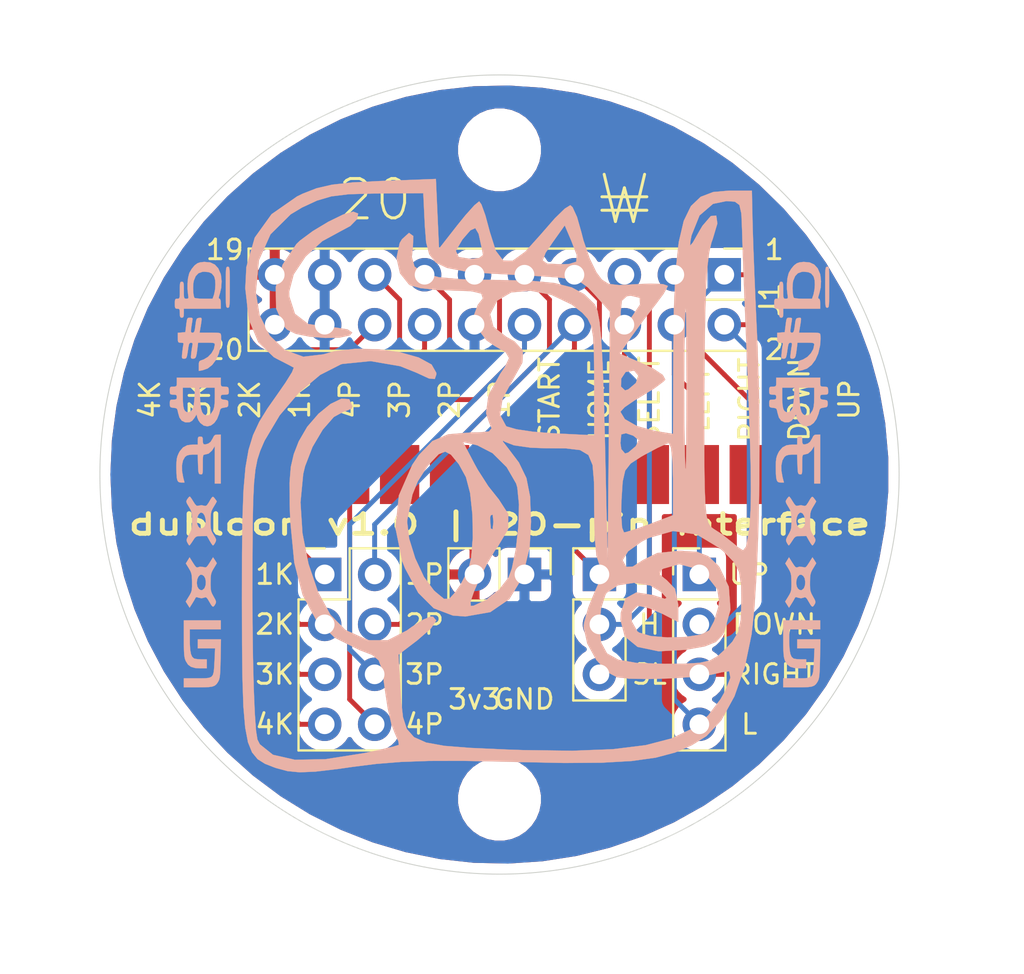
<source format=kicad_pcb>
(kicad_pcb (version 20171130) (host pcbnew "(5.1.10)-1")

  (general
    (thickness 1.6)
    (drawings 38)
    (tracks 137)
    (zones 0)
    (modules 13)
    (nets 18)
  )

  (page A4)
  (layers
    (0 F.Cu signal)
    (31 B.Cu signal)
    (32 B.Adhes user)
    (33 F.Adhes user)
    (34 B.Paste user)
    (35 F.Paste user)
    (36 B.SilkS user)
    (37 F.SilkS user)
    (38 B.Mask user)
    (39 F.Mask user)
    (40 Dwgs.User user)
    (41 Cmts.User user)
    (42 Eco1.User user)
    (43 Eco2.User user)
    (44 Edge.Cuts user)
    (45 Margin user)
    (46 B.CrtYd user)
    (47 F.CrtYd user)
    (48 B.Fab user)
    (49 F.Fab user)
  )

  (setup
    (last_trace_width 0.25)
    (trace_clearance 0.2)
    (zone_clearance 0.508)
    (zone_45_only no)
    (trace_min 0.2)
    (via_size 0.8)
    (via_drill 0.4)
    (via_min_size 0.4)
    (via_min_drill 0.3)
    (uvia_size 0.3)
    (uvia_drill 0.1)
    (uvias_allowed no)
    (uvia_min_size 0.2)
    (uvia_min_drill 0.1)
    (edge_width 0.05)
    (segment_width 0.2)
    (pcb_text_width 0.3)
    (pcb_text_size 1.5 1.5)
    (mod_edge_width 0.12)
    (mod_text_size 1 1)
    (mod_text_width 0.15)
    (pad_size 1.524 1.524)
    (pad_drill 0.762)
    (pad_to_mask_clearance 0)
    (aux_axis_origin 0 0)
    (visible_elements 7FFFF7FF)
    (pcbplotparams
      (layerselection 0x010fc_ffffffff)
      (usegerberextensions false)
      (usegerberattributes true)
      (usegerberadvancedattributes true)
      (creategerberjobfile true)
      (excludeedgelayer true)
      (linewidth 0.100000)
      (plotframeref false)
      (viasonmask false)
      (mode 1)
      (useauxorigin false)
      (hpglpennumber 1)
      (hpglpenspeed 20)
      (hpglpendiameter 15.000000)
      (psnegative false)
      (psa4output false)
      (plotreference true)
      (plotvalue true)
      (plotinvisibletext false)
      (padsonsilk false)
      (subtractmaskfromsilk false)
      (outputformat 1)
      (mirror false)
      (drillshape 1)
      (scaleselection 1)
      (outputdirectory ""))
  )

  (net 0 "")
  (net 1 UP)
  (net 2 DOWN)
  (net 3 RIGHT)
  (net 4 LEFT)
  (net 5 SELECT)
  (net 6 HOME)
  (net 7 START)
  (net 8 1P)
  (net 9 2P)
  (net 10 3P)
  (net 11 4P)
  (net 12 GND)
  (net 13 1K)
  (net 14 2K)
  (net 15 3K)
  (net 16 4K)
  (net 17 +3V3)

  (net_class Default "This is the default net class."
    (clearance 0.2)
    (trace_width 0.25)
    (via_dia 0.8)
    (via_drill 0.4)
    (uvia_dia 0.3)
    (uvia_drill 0.1)
    (add_net +3V3)
    (add_net 1K)
    (add_net 1P)
    (add_net 2K)
    (add_net 2P)
    (add_net 3K)
    (add_net 3P)
    (add_net 4K)
    (add_net 4P)
    (add_net DOWN)
    (add_net GND)
    (add_net HOME)
    (add_net LEFT)
    (add_net RIGHT)
    (add_net SELECT)
    (add_net START)
    (add_net UP)
  )

  (module KYcustom:dubLogo07_500x500 (layer B.Cu) (tedit 0) (tstamp 626FA010)
    (at 167.64 74.93 270)
    (fp_text reference G*** (at 0 0 90) (layer B.SilkS) hide
      (effects (font (size 1.524 1.524) (thickness 0.3)) (justify mirror))
    )
    (fp_text value LOGO (at 0.75 0 90) (layer B.SilkS) hide
      (effects (font (size 1.524 1.524) (thickness 0.3)) (justify mirror))
    )
    (fp_poly (pts (xy 6.615852 0.61718) (xy 6.77136 0.518719) (xy 6.556814 0.383282) (xy 6.417563 0.298667)
      (xy 6.306642 0.237001) (xy 6.272968 0.221252) (xy 6.230344 0.180884) (xy 6.249246 0.095762)
      (xy 6.26122 0.068349) (xy 6.291996 -0.090474) (xy 6.265827 -0.198226) (xy 6.241558 -0.281933)
      (xy 6.258442 -0.342104) (xy 6.333556 -0.403493) (xy 6.457422 -0.475953) (xy 6.623325 -0.573654)
      (xy 6.706534 -0.641057) (xy 6.715066 -0.693626) (xy 6.656939 -0.746821) (xy 6.612212 -0.774468)
      (xy 6.530463 -0.816451) (xy 6.458945 -0.823632) (xy 6.366338 -0.790299) (xy 6.221318 -0.710738)
      (xy 6.202118 -0.699668) (xy 6.06137 -0.623348) (xy 5.941463 -0.57721) (xy 5.808674 -0.554188)
      (xy 5.629281 -0.547214) (xy 5.477744 -0.547874) (xy 5.25046 -0.553556) (xy 5.091661 -0.569694)
      (xy 4.968278 -0.603804) (xy 4.847239 -0.663401) (xy 4.772238 -0.708195) (xy 4.63509 -0.79138)
      (xy 4.538588 -0.847642) (xy 4.507736 -0.863265) (xy 4.461966 -0.838163) (xy 4.365901 -0.77725)
      (xy 4.352019 -0.768133) (xy 4.208239 -0.673335) (xy 4.480791 -0.501767) (xy 4.628178 -0.405114)
      (xy 4.704188 -0.337523) (xy 4.725052 -0.276605) (xy 4.707001 -0.199969) (xy 4.704565 -0.193061)
      (xy 4.696748 -0.117434) (xy 5.096951 -0.117434) (xy 5.164073 -0.211899) (xy 5.281521 -0.278252)
      (xy 5.4505 -0.305642) (xy 5.628469 -0.293478) (xy 5.772882 -0.24117) (xy 5.799899 -0.220726)
      (xy 5.880777 -0.119843) (xy 5.871402 -0.024464) (xy 5.808726 0.0595) (xy 5.689729 0.126628)
      (xy 5.519433 0.151762) (xy 5.339471 0.13397) (xy 5.192903 0.07332) (xy 5.097112 -0.021013)
      (xy 5.096951 -0.117434) (xy 4.696748 -0.117434) (xy 4.685837 -0.011879) (xy 4.707577 0.060141)
      (xy 4.727754 0.128444) (xy 4.706195 0.18663) (xy 4.627077 0.255118) (xy 4.484431 0.348177)
      (xy 4.209497 0.520149) (xy 4.365575 0.615066) (xy 4.521652 0.709983) (xy 4.773228 0.555187)
      (xy 4.906046 0.479256) (xy 5.023897 0.432671) (xy 5.159764 0.40796) (xy 5.346629 0.397653)
      (xy 5.478398 0.395468) (xy 5.702083 0.395661) (xy 5.857048 0.406883) (xy 5.976103 0.43634)
      (xy 6.092057 0.491235) (xy 6.196168 0.553093) (xy 6.460343 0.715642) (xy 6.615852 0.61718)) (layer B.SilkS) (width 0.01))
    (fp_poly (pts (xy 1.480106 0.649104) (xy 1.620925 0.566492) (xy 1.638523 0.555675) (xy 1.776548 0.476122)
      (xy 1.895225 0.427973) (xy 2.028715 0.403332) (xy 2.211175 0.394306) (xy 2.341809 0.393146)
      (xy 2.566725 0.395872) (xy 2.725099 0.410785) (xy 2.851882 0.445474) (xy 2.982027 0.507524)
      (xy 3.052874 0.547474) (xy 3.206175 0.632012) (xy 3.305276 0.669247) (xy 3.382227 0.665578)
      (xy 3.46468 0.629684) (xy 3.563305 0.571582) (xy 3.606704 0.531956) (xy 3.6068 0.530977)
      (xy 3.567578 0.49226) (xy 3.466456 0.418972) (xy 3.369542 0.355298) (xy 3.234485 0.265055)
      (xy 3.163397 0.189698) (xy 3.135093 0.091048) (xy 3.128393 -0.069072) (xy 3.128242 -0.079603)
      (xy 3.1242 -0.36404) (xy 3.365448 -0.49952) (xy 3.498994 -0.580705) (xy 3.586626 -0.645843)
      (xy 3.606748 -0.671795) (xy 3.566443 -0.718) (xy 3.468599 -0.780007) (xy 3.461011 -0.783981)
      (xy 3.372388 -0.822756) (xy 3.296445 -0.824736) (xy 3.199808 -0.782981) (xy 3.067311 -0.702114)
      (xy 2.941105 -0.626742) (xy 2.832283 -0.58051) (xy 2.709452 -0.55663) (xy 2.541217 -0.54831)
      (xy 2.356044 -0.548271) (xy 2.127213 -0.552868) (xy 1.967758 -0.567387) (xy 1.845497 -0.598985)
      (xy 1.728244 -0.654816) (xy 1.639226 -0.707642) (xy 1.500299 -0.791039) (xy 1.400276 -0.847181)
      (xy 1.365981 -0.86247) (xy 1.316632 -0.833595) (xy 1.224289 -0.765244) (xy 1.2192 -0.761244)
      (xy 1.152856 -0.70568) (xy 1.130687 -0.662093) (xy 1.163606 -0.614654) (xy 1.262529 -0.547531)
      (xy 1.436618 -0.445904) (xy 1.562163 -0.357677) (xy 1.600094 -0.283942) (xy 1.593405 -0.256492)
      (xy 1.559683 -0.085987) (xy 1.561205 -0.0762) (xy 1.9304 -0.0762) (xy 1.975785 -0.171275)
      (xy 2.092539 -0.244908) (xy 2.251559 -0.290752) (xy 2.423739 -0.302459) (xy 2.579977 -0.273681)
      (xy 2.6543 -0.234084) (xy 2.738915 -0.127745) (xy 2.735079 -0.02068) (xy 2.65463 0.071586)
      (xy 2.50941 0.133525) (xy 2.360803 0.150785) (xy 2.182434 0.127504) (xy 2.03441 0.064595)
      (xy 1.944722 -0.023181) (xy 1.9304 -0.0762) (xy 1.561205 -0.0762) (xy 1.586753 0.087973)
      (xy 1.592981 0.102989) (xy 1.585806 0.167073) (xy 1.503031 0.246333) (xy 1.372694 0.329561)
      (xy 1.235516 0.415093) (xy 1.142914 0.483199) (xy 1.1176 0.51283) (xy 1.155579 0.561912)
      (xy 1.246914 0.631846) (xy 1.247107 0.631972) (xy 1.323837 0.675871) (xy 1.39129 0.683573)
      (xy 1.480106 0.649104)) (layer B.SilkS) (width 0.01))
    (fp_poly (pts (xy 10.8204 0.087504) (xy 10.817805 -0.232267) (xy 10.806462 -0.46781) (xy 10.781031 -0.636441)
      (xy 10.73617 -0.755475) (xy 10.666539 -0.842227) (xy 10.5668 -0.914012) (xy 10.499816 -0.951957)
      (xy 10.424714 -0.983977) (xy 10.3233 -1.00839) (xy 10.18046 -1.026602) (xy 9.981079 -1.040018)
      (xy 9.710043 -1.050044) (xy 9.3599 -1.057942) (xy 8.382 -1.076149) (xy 8.382 0.1016)
      (xy 8.8392 0.1016) (xy 8.8392 -0.77744) (xy 9.478683 -0.747225) (xy 9.79716 -0.731367)
      (xy 10.028301 -0.709232) (xy 10.186085 -0.666983) (xy 10.284494 -0.590782) (xy 10.33751 -0.466793)
      (xy 10.359113 -0.281179) (xy 10.363284 -0.020103) (xy 10.3632 0.128172) (xy 10.3632 0.8128)
      (xy 10.8204 0.8128) (xy 10.8204 0.087504)) (layer B.SilkS) (width 0.01))
    (fp_poly (pts (xy 8.3439 0.811685) (xy 8.68504 0.81) (xy 8.94177 0.804903) (xy 9.131264 0.794921)
      (xy 9.270692 0.778586) (xy 9.377227 0.754424) (xy 9.468042 0.720967) (xy 9.483531 0.714077)
      (xy 9.662899 0.601717) (xy 9.778504 0.447152) (xy 9.839479 0.23227) (xy 9.8552 -0.022877)
      (xy 9.8552 -0.3556) (xy 9.398 -0.3556) (xy 9.398 -0.07286) (xy 9.389315 0.102515)
      (xy 9.367044 0.246683) (xy 9.348272 0.302797) (xy 9.267251 0.388942) (xy 9.123542 0.449925)
      (xy 8.906382 0.488138) (xy 8.605008 0.505974) (xy 8.425219 0.508) (xy 7.874 0.508)
      (xy 7.874 -1.0668) (xy 7.4168 -1.0668) (xy 7.4168 0.8128) (xy 8.3439 0.811685)) (layer B.SilkS) (width 0.01))
    (fp_poly (pts (xy -0.3556 1.191314) (xy -0.060124 1.186499) (xy 0.148467 1.172462) (xy 0.284785 1.144505)
      (xy 0.363444 1.097927) (xy 0.399057 1.02803) (xy 0.4064 0.946274) (xy 0.4064 0.776884)
      (xy 0.141329 0.845642) (xy -0.180657 0.903475) (xy -0.470377 0.90608) (xy -0.711862 0.856094)
      (xy -0.88914 0.756154) (xy -0.963695 0.663214) (xy -0.99611 0.552803) (xy -1.014458 0.393656)
      (xy -1.016 0.33538) (xy -1.016 0.10528) (xy -0.5207 0.09074) (xy -0.29288 0.082665)
      (xy -0.147287 0.071357) (xy -0.064559 0.051941) (xy -0.025337 0.019539) (xy -0.010261 -0.030725)
      (xy -0.009167 -0.0381) (xy -0.005942 -0.089823) (xy -0.025898 -0.122984) (xy -0.086905 -0.141705)
      (xy -0.206833 -0.150111) (xy -0.403552 -0.152324) (xy -0.504467 -0.1524) (xy -0.736417 -0.15368)
      (xy -0.885154 -0.160034) (xy -0.969057 -0.175233) (xy -1.006505 -0.203046) (xy -1.015877 -0.247245)
      (xy -1.016 -0.257339) (xy -1.06502 -0.448055) (xy -1.211096 -0.611768) (xy -1.285943 -0.662928)
      (xy -1.4478 -0.76162) (xy 0.4572 -0.762) (xy 0.4572 -1.0668) (xy -2.032 -1.0668)
      (xy -2.031484 -0.9017) (xy -2.018437 -0.790574) (xy -1.962352 -0.719305) (xy -1.83648 -0.654931)
      (xy -1.828495 -0.651562) (xy -1.659148 -0.547689) (xy -1.575012 -0.432355) (xy -1.527861 -0.277929)
      (xy -1.541759 -0.19258) (xy -1.627002 -0.15737) (xy -1.7272 -0.1524) (xy -1.858119 -0.145468)
      (xy -1.916307 -0.112771) (xy -1.930328 -0.036459) (xy -1.9304 -0.0254) (xy -1.91931 0.056424)
      (xy -1.866995 0.092792) (xy -1.744896 0.101555) (xy -1.7272 0.1016) (xy -1.524 0.1016)
      (xy -1.523811 0.3683) (xy -1.489409 0.641143) (xy -1.380012 0.852094) (xy -1.18567 1.017103)
      (xy -1.084464 1.072566) (xy -0.946668 1.132432) (xy -0.810084 1.168725) (xy -0.642669 1.186664)
      (xy -0.412378 1.191471) (xy -0.3556 1.191314)) (layer B.SilkS) (width 0.01))
    (fp_poly (pts (xy -6.807357 1.1143) (xy -6.733395 1.093337) (xy -6.708268 1.03812) (xy -6.7056 0.959765)
      (xy -6.690798 0.848221) (xy -6.643553 0.825952) (xy -6.638253 0.827774) (xy -6.555487 0.846187)
      (xy -6.405111 0.869011) (xy -6.231853 0.889927) (xy -6.051955 0.907705) (xy -5.950557 0.908469)
      (xy -5.905152 0.886183) (xy -5.893234 0.834807) (xy -5.8928 0.798972) (xy -5.896631 0.738909)
      (xy -5.919619 0.696329) (xy -5.979007 0.664655) (xy -6.092039 0.637309) (xy -6.275959 0.607716)
      (xy -6.4643 0.580997) (xy -6.614581 0.551899) (xy -6.687077 0.51083) (xy -6.7056 0.445925)
      (xy -6.684353 0.372812) (xy -6.603459 0.36899) (xy -6.5913 0.371728) (xy -6.477637 0.392847)
      (xy -6.307803 0.418086) (xy -6.1849 0.433888) (xy -6.021096 0.451392) (xy -5.933919 0.44842)
      (xy -5.89921 0.417335) (xy -5.892813 0.350502) (xy -5.8928 0.341561) (xy -5.902262 0.268939)
      (xy -5.942503 0.218002) (xy -6.031307 0.18127) (xy -6.18646 0.151264) (xy -6.415623 0.121693)
      (xy -6.7056 0.087612) (xy -6.7056 -0.337194) (xy -6.703708 -0.544988) (xy -6.694783 -0.671263)
      (xy -6.67395 -0.736075) (xy -6.636334 -0.759483) (xy -6.602369 -0.762) (xy -6.382199 -0.716124)
      (xy -6.166006 -0.592922) (xy -5.980759 -0.414033) (xy -5.853428 -0.201095) (xy -5.833908 -0.14542)
      (xy -5.793892 -0.028918) (xy -5.74361 0.028936) (xy -5.650489 0.048669) (xy -5.522513 0.0508)
      (xy -5.269907 0.050801) (xy -5.299801 -0.133414) (xy -5.392428 -0.398403) (xy -5.572606 -0.630032)
      (xy -5.829773 -0.821339) (xy -6.15337 -0.965362) (xy -6.532837 -1.055141) (xy -6.731 -1.076872)
      (xy -6.904893 -1.08417) (xy -7.053084 -1.081822) (xy -7.0993 -1.077361) (xy -7.150142 -1.064539)
      (xy -7.183126 -1.03247) (xy -7.202108 -0.962498) (xy -7.210942 -0.835968) (xy -7.213483 -0.634225)
      (xy -7.2136 -0.524213) (xy -7.2136 0.011308) (xy -7.3787 -0.01639) (xy -7.633739 -0.059101)
      (xy -7.804575 -0.084822) (xy -7.907395 -0.092192) (xy -7.958387 -0.079855) (xy -7.973738 -0.046449)
      (xy -7.969635 0.009384) (xy -7.966769 0.032982) (xy -7.952624 0.108232) (xy -7.916426 0.155327)
      (xy -7.835595 0.18541) (xy -7.687552 0.209628) (xy -7.5819 0.222942) (xy -7.389444 0.250088)
      (xy -7.277678 0.278209) (xy -7.225951 0.315463) (xy -7.2136 0.36841) (xy -7.223988 0.427523)
      (xy -7.272266 0.450599) (xy -7.384112 0.444794) (xy -7.4549 0.435644) (xy -7.633304 0.409395)
      (xy -7.793123 0.383002) (xy -7.8359 0.37504) (xy -7.934651 0.366503) (xy -7.971037 0.413636)
      (xy -7.9756 0.496923) (xy -7.971329 0.57422) (xy -7.944142 0.622138) (xy -7.872481 0.652064)
      (xy -7.734789 0.675384) (xy -7.6073 0.691459) (xy -7.239 0.7366) (xy -7.223234 0.927101)
      (xy -7.207467 1.117601) (xy -6.956534 1.117601) (xy -6.807357 1.1143)) (layer B.SilkS) (width 0.01))
    (fp_poly (pts (xy -8.536054 1.265883) (xy -8.46085 1.244869) (xy -8.435207 1.193969) (xy -8.4328 1.143)
      (xy -8.423326 1.064631) (xy -8.376752 1.027501) (xy -8.265859 1.016486) (xy -8.2042 1.016)
      (xy -8.061344 1.009353) (xy -7.993791 0.981749) (xy -7.975688 0.921699) (xy -7.9756 0.9144)
      (xy -7.990558 0.850909) (xy -8.052666 0.820885) (xy -8.187778 0.812839) (xy -8.2042 0.8128)
      (xy -8.4328 0.8128) (xy -8.4328 -1.0668) (xy -8.6868 -1.0668) (xy -8.853457 -1.056624)
      (xy -8.931515 -1.024097) (xy -8.9408 -0.998406) (xy -8.960283 -0.965007) (xy -9.031428 -0.968462)
      (xy -9.173284 -1.010465) (xy -9.2075 -1.022147) (xy -9.50457 -1.089909) (xy -9.830811 -1.108509)
      (xy -10.135407 -1.076131) (xy -10.208945 -1.057955) (xy -10.485195 -0.939001) (xy -10.676939 -0.763856)
      (xy -10.785545 -0.530555) (xy -10.812379 -0.237133) (xy -10.811949 -0.22963) (xy -10.3124 -0.22963)
      (xy -10.291783 -0.455841) (xy -10.221687 -0.610878) (xy -10.08975 -0.718145) (xy -10.041701 -0.742053)
      (xy -9.874728 -0.783243) (xy -9.648676 -0.793846) (xy -9.400921 -0.775192) (xy -9.168838 -0.728613)
      (xy -9.1059 -0.708706) (xy -8.9408 -0.65046) (xy -8.9408 -0.201228) (xy -8.945728 0.002515)
      (xy -8.958899 0.165099) (xy -8.977897 0.261673) (xy -8.987279 0.27673) (xy -9.096006 0.310568)
      (xy -9.270531 0.332031) (xy -9.475667 0.339885) (xy -9.676225 0.332896) (xy -9.837016 0.30983)
      (xy -9.84834 0.306921) (xy -10.086166 0.210128) (xy -10.236343 0.068083) (xy -10.305712 -0.127122)
      (xy -10.3124 -0.22963) (xy -10.811949 -0.22963) (xy -10.809935 -0.194489) (xy -10.787571 -0.007377)
      (xy -10.741817 0.122562) (xy -10.654664 0.239609) (xy -10.617262 0.279337) (xy -10.460142 0.409483)
      (xy -10.278208 0.517505) (xy -10.227826 0.539299) (xy -10.003231 0.59591) (xy -9.720454 0.625239)
      (xy -9.419755 0.625141) (xy -9.1567 0.5963) (xy -9.022187 0.576223) (xy -8.959686 0.58796)
      (xy -8.941699 0.642833) (xy -8.9408 0.6852) (xy -8.944699 0.746989) (xy -8.969804 0.784699)
      (xy -9.036232 0.804275) (xy -9.164099 0.81166) (xy -9.3726 0.8128) (xy -9.582554 0.814691)
      (xy -9.710799 0.82348) (xy -9.7772 0.84384) (xy -9.801624 0.880447) (xy -9.8044 0.9144)
      (xy -9.796365 0.963801) (xy -9.759014 0.993977) (xy -9.672483 1.0096) (xy -9.516903 1.015347)
      (xy -9.3726 1.016) (xy -9.163503 1.017167) (xy -9.035889 1.024609) (xy -8.969645 1.044244)
      (xy -8.944653 1.081987) (xy -8.9408 1.143) (xy -8.932565 1.218374) (xy -8.890538 1.255976)
      (xy -8.788737 1.268797) (xy -8.6868 1.27) (xy -8.536054 1.265883)) (layer B.SilkS) (width 0.01))
    (fp_poly (pts (xy -3.480429 1.51786) (xy -3.420616 1.480765) (xy -3.398494 1.384707) (xy -3.393967 1.334633)
      (xy -3.377433 1.217195) (xy -3.334047 1.155411) (xy -3.234576 1.121984) (xy -3.149677 1.106527)
      (xy -2.900629 1.035013) (xy -2.738981 0.9174) (xy -2.659501 0.749313) (xy -2.651023 0.689909)
      (xy -2.660153 0.521305) (xy -2.732097 0.390531) (xy -2.883732 0.269334) (xy -2.913298 0.250902)
      (xy -3.057996 0.162669) (xy -2.904612 0.12898) (xy -2.756474 0.06903) (xy -2.622269 -0.024224)
      (xy -2.48977 -0.200389) (xy -2.450132 -0.385386) (xy -2.496689 -0.567625) (xy -2.622777 -0.735518)
      (xy -2.82173 -0.877474) (xy -3.086882 -0.981906) (xy -3.186911 -1.00598) (xy -3.312371 -1.041553)
      (xy -3.372897 -1.102435) (xy -3.400704 -1.224408) (xy -3.4036 -1.24665) (xy -3.426693 -1.375933)
      (xy -3.471435 -1.433139) (xy -3.567342 -1.447484) (xy -3.6068 -1.4478) (xy -3.723969 -1.439914)
      (xy -3.777444 -1.396169) (xy -3.797842 -1.286433) (xy -3.800367 -1.2573) (xy -3.820403 -1.130645)
      (xy -3.86597 -1.076786) (xy -3.940067 -1.0668) (xy -4.019998 -1.078399) (xy -4.055518 -1.132156)
      (xy -4.063974 -1.256511) (xy -4.064 -1.27) (xy -4.069575 -1.40014) (xy -4.102551 -1.45798)
      (xy -4.187308 -1.472776) (xy -4.233334 -1.4732) (xy -4.358856 -1.463906) (xy -4.43424 -1.441333)
      (xy -4.436534 -1.439333) (xy -4.45978 -1.369618) (xy -4.470342 -1.246191) (xy -4.4704 -1.236133)
      (xy -4.475783 -1.132076) (xy -4.510356 -1.082801) (xy -4.601759 -1.067831) (xy -4.699 -1.0668)
      (xy -4.9276 -1.0668) (xy -4.9276 -0.762) (xy -4.4196 -0.762) (xy -3.9243 -0.761921)
      (xy -3.650584 -0.755833) (xy -3.45414 -0.735572) (xy -3.311241 -0.697986) (xy -3.255005 -0.673021)
      (xy -3.086334 -0.561427) (xy -3.009593 -0.439052) (xy -3.013902 -0.295971) (xy -3.065497 -0.194152)
      (xy -3.170156 -0.118691) (xy -3.340313 -0.065477) (xy -3.588404 -0.030395) (xy -3.8735 -0.011593)
      (xy -4.4196 0.013051) (xy -4.4196 -0.762) (xy -4.9276 -0.762) (xy -4.9276 0.8636)
      (xy -4.4196 0.8636) (xy -4.4196 0.240157) (xy -3.9497 0.266117) (xy -3.724431 0.284594)
      (xy -3.523564 0.311804) (xy -3.379011 0.343016) (xy -3.342895 0.35612) (xy -3.205101 0.4572)
      (xy -3.163126 0.588954) (xy -3.178196 0.670467) (xy -3.231499 0.753292) (xy -3.338816 0.810521)
      (xy -3.513364 0.845503) (xy -3.768363 0.86159) (xy -3.940308 0.8636) (xy -4.4196 0.8636)
      (xy -4.9276 0.8636) (xy -4.9276 1.1684) (xy -4.699 1.1684) (xy -4.558539 1.172196)
      (xy -4.492026 1.19792) (xy -4.471811 1.267079) (xy -4.4704 1.3462) (xy -4.464249 1.46004)
      (xy -4.426266 1.51063) (xy -4.32716 1.523603) (xy -4.2672 1.524) (xy -4.137099 1.518618)
      (xy -4.079281 1.485383) (xy -4.064455 1.398665) (xy -4.064 1.3462) (xy -4.054512 1.225962)
      (xy -4.011813 1.176738) (xy -3.937 1.1684) (xy -3.851116 1.181685) (xy -3.815956 1.241463)
      (xy -3.81 1.3462) (xy -3.803669 1.46064) (xy -3.765006 1.511058) (xy -3.664503 1.523668)
      (xy -3.609867 1.524) (xy -3.480429 1.51786)) (layer B.SilkS) (width 0.01))
    (fp_poly (pts (xy -9.175037 -1.321182) (xy -8.913741 -1.323171) (xy -8.728179 -1.328029) (xy -8.605419 -1.337016)
      (xy -8.532529 -1.351395) (xy -8.496576 -1.372427) (xy -8.484628 -1.401374) (xy -8.4836 -1.4224)
      (xy -8.487523 -1.456542) (xy -8.507912 -1.482035) (xy -8.557699 -1.500138) (xy -8.649818 -1.512115)
      (xy -8.7972 -1.519226) (xy -9.012779 -1.522734) (xy -9.309487 -1.523899) (xy -9.525 -1.524)
      (xy -9.874964 -1.523617) (xy -10.13626 -1.521628) (xy -10.321822 -1.51677) (xy -10.444582 -1.507783)
      (xy -10.517472 -1.493404) (xy -10.553425 -1.472372) (xy -10.565373 -1.443425) (xy -10.5664 -1.4224)
      (xy -10.562478 -1.388257) (xy -10.542089 -1.362764) (xy -10.492302 -1.344661) (xy -10.400183 -1.332684)
      (xy -10.252801 -1.325573) (xy -10.037222 -1.322065) (xy -9.740514 -1.3209) (xy -9.525 -1.3208)
      (xy -9.175037 -1.321182)) (layer B.SilkS) (width 0.01))
  )

  (module KYcustom:dubLogo07_500x500 (layer B.Cu) (tedit 0) (tstamp 626F9F69)
    (at 137.16 74.93 270)
    (fp_text reference G*** (at 0 0 90) (layer B.SilkS) hide
      (effects (font (size 1.524 1.524) (thickness 0.3)) (justify mirror))
    )
    (fp_text value LOGO (at 0.75 0 90) (layer B.SilkS) hide
      (effects (font (size 1.524 1.524) (thickness 0.3)) (justify mirror))
    )
    (fp_poly (pts (xy 6.615852 0.61718) (xy 6.77136 0.518719) (xy 6.556814 0.383282) (xy 6.417563 0.298667)
      (xy 6.306642 0.237001) (xy 6.272968 0.221252) (xy 6.230344 0.180884) (xy 6.249246 0.095762)
      (xy 6.26122 0.068349) (xy 6.291996 -0.090474) (xy 6.265827 -0.198226) (xy 6.241558 -0.281933)
      (xy 6.258442 -0.342104) (xy 6.333556 -0.403493) (xy 6.457422 -0.475953) (xy 6.623325 -0.573654)
      (xy 6.706534 -0.641057) (xy 6.715066 -0.693626) (xy 6.656939 -0.746821) (xy 6.612212 -0.774468)
      (xy 6.530463 -0.816451) (xy 6.458945 -0.823632) (xy 6.366338 -0.790299) (xy 6.221318 -0.710738)
      (xy 6.202118 -0.699668) (xy 6.06137 -0.623348) (xy 5.941463 -0.57721) (xy 5.808674 -0.554188)
      (xy 5.629281 -0.547214) (xy 5.477744 -0.547874) (xy 5.25046 -0.553556) (xy 5.091661 -0.569694)
      (xy 4.968278 -0.603804) (xy 4.847239 -0.663401) (xy 4.772238 -0.708195) (xy 4.63509 -0.79138)
      (xy 4.538588 -0.847642) (xy 4.507736 -0.863265) (xy 4.461966 -0.838163) (xy 4.365901 -0.77725)
      (xy 4.352019 -0.768133) (xy 4.208239 -0.673335) (xy 4.480791 -0.501767) (xy 4.628178 -0.405114)
      (xy 4.704188 -0.337523) (xy 4.725052 -0.276605) (xy 4.707001 -0.199969) (xy 4.704565 -0.193061)
      (xy 4.696748 -0.117434) (xy 5.096951 -0.117434) (xy 5.164073 -0.211899) (xy 5.281521 -0.278252)
      (xy 5.4505 -0.305642) (xy 5.628469 -0.293478) (xy 5.772882 -0.24117) (xy 5.799899 -0.220726)
      (xy 5.880777 -0.119843) (xy 5.871402 -0.024464) (xy 5.808726 0.0595) (xy 5.689729 0.126628)
      (xy 5.519433 0.151762) (xy 5.339471 0.13397) (xy 5.192903 0.07332) (xy 5.097112 -0.021013)
      (xy 5.096951 -0.117434) (xy 4.696748 -0.117434) (xy 4.685837 -0.011879) (xy 4.707577 0.060141)
      (xy 4.727754 0.128444) (xy 4.706195 0.18663) (xy 4.627077 0.255118) (xy 4.484431 0.348177)
      (xy 4.209497 0.520149) (xy 4.365575 0.615066) (xy 4.521652 0.709983) (xy 4.773228 0.555187)
      (xy 4.906046 0.479256) (xy 5.023897 0.432671) (xy 5.159764 0.40796) (xy 5.346629 0.397653)
      (xy 5.478398 0.395468) (xy 5.702083 0.395661) (xy 5.857048 0.406883) (xy 5.976103 0.43634)
      (xy 6.092057 0.491235) (xy 6.196168 0.553093) (xy 6.460343 0.715642) (xy 6.615852 0.61718)) (layer B.SilkS) (width 0.01))
    (fp_poly (pts (xy 1.480106 0.649104) (xy 1.620925 0.566492) (xy 1.638523 0.555675) (xy 1.776548 0.476122)
      (xy 1.895225 0.427973) (xy 2.028715 0.403332) (xy 2.211175 0.394306) (xy 2.341809 0.393146)
      (xy 2.566725 0.395872) (xy 2.725099 0.410785) (xy 2.851882 0.445474) (xy 2.982027 0.507524)
      (xy 3.052874 0.547474) (xy 3.206175 0.632012) (xy 3.305276 0.669247) (xy 3.382227 0.665578)
      (xy 3.46468 0.629684) (xy 3.563305 0.571582) (xy 3.606704 0.531956) (xy 3.6068 0.530977)
      (xy 3.567578 0.49226) (xy 3.466456 0.418972) (xy 3.369542 0.355298) (xy 3.234485 0.265055)
      (xy 3.163397 0.189698) (xy 3.135093 0.091048) (xy 3.128393 -0.069072) (xy 3.128242 -0.079603)
      (xy 3.1242 -0.36404) (xy 3.365448 -0.49952) (xy 3.498994 -0.580705) (xy 3.586626 -0.645843)
      (xy 3.606748 -0.671795) (xy 3.566443 -0.718) (xy 3.468599 -0.780007) (xy 3.461011 -0.783981)
      (xy 3.372388 -0.822756) (xy 3.296445 -0.824736) (xy 3.199808 -0.782981) (xy 3.067311 -0.702114)
      (xy 2.941105 -0.626742) (xy 2.832283 -0.58051) (xy 2.709452 -0.55663) (xy 2.541217 -0.54831)
      (xy 2.356044 -0.548271) (xy 2.127213 -0.552868) (xy 1.967758 -0.567387) (xy 1.845497 -0.598985)
      (xy 1.728244 -0.654816) (xy 1.639226 -0.707642) (xy 1.500299 -0.791039) (xy 1.400276 -0.847181)
      (xy 1.365981 -0.86247) (xy 1.316632 -0.833595) (xy 1.224289 -0.765244) (xy 1.2192 -0.761244)
      (xy 1.152856 -0.70568) (xy 1.130687 -0.662093) (xy 1.163606 -0.614654) (xy 1.262529 -0.547531)
      (xy 1.436618 -0.445904) (xy 1.562163 -0.357677) (xy 1.600094 -0.283942) (xy 1.593405 -0.256492)
      (xy 1.559683 -0.085987) (xy 1.561205 -0.0762) (xy 1.9304 -0.0762) (xy 1.975785 -0.171275)
      (xy 2.092539 -0.244908) (xy 2.251559 -0.290752) (xy 2.423739 -0.302459) (xy 2.579977 -0.273681)
      (xy 2.6543 -0.234084) (xy 2.738915 -0.127745) (xy 2.735079 -0.02068) (xy 2.65463 0.071586)
      (xy 2.50941 0.133525) (xy 2.360803 0.150785) (xy 2.182434 0.127504) (xy 2.03441 0.064595)
      (xy 1.944722 -0.023181) (xy 1.9304 -0.0762) (xy 1.561205 -0.0762) (xy 1.586753 0.087973)
      (xy 1.592981 0.102989) (xy 1.585806 0.167073) (xy 1.503031 0.246333) (xy 1.372694 0.329561)
      (xy 1.235516 0.415093) (xy 1.142914 0.483199) (xy 1.1176 0.51283) (xy 1.155579 0.561912)
      (xy 1.246914 0.631846) (xy 1.247107 0.631972) (xy 1.323837 0.675871) (xy 1.39129 0.683573)
      (xy 1.480106 0.649104)) (layer B.SilkS) (width 0.01))
    (fp_poly (pts (xy 10.8204 0.087504) (xy 10.817805 -0.232267) (xy 10.806462 -0.46781) (xy 10.781031 -0.636441)
      (xy 10.73617 -0.755475) (xy 10.666539 -0.842227) (xy 10.5668 -0.914012) (xy 10.499816 -0.951957)
      (xy 10.424714 -0.983977) (xy 10.3233 -1.00839) (xy 10.18046 -1.026602) (xy 9.981079 -1.040018)
      (xy 9.710043 -1.050044) (xy 9.3599 -1.057942) (xy 8.382 -1.076149) (xy 8.382 0.1016)
      (xy 8.8392 0.1016) (xy 8.8392 -0.77744) (xy 9.478683 -0.747225) (xy 9.79716 -0.731367)
      (xy 10.028301 -0.709232) (xy 10.186085 -0.666983) (xy 10.284494 -0.590782) (xy 10.33751 -0.466793)
      (xy 10.359113 -0.281179) (xy 10.363284 -0.020103) (xy 10.3632 0.128172) (xy 10.3632 0.8128)
      (xy 10.8204 0.8128) (xy 10.8204 0.087504)) (layer B.SilkS) (width 0.01))
    (fp_poly (pts (xy 8.3439 0.811685) (xy 8.68504 0.81) (xy 8.94177 0.804903) (xy 9.131264 0.794921)
      (xy 9.270692 0.778586) (xy 9.377227 0.754424) (xy 9.468042 0.720967) (xy 9.483531 0.714077)
      (xy 9.662899 0.601717) (xy 9.778504 0.447152) (xy 9.839479 0.23227) (xy 9.8552 -0.022877)
      (xy 9.8552 -0.3556) (xy 9.398 -0.3556) (xy 9.398 -0.07286) (xy 9.389315 0.102515)
      (xy 9.367044 0.246683) (xy 9.348272 0.302797) (xy 9.267251 0.388942) (xy 9.123542 0.449925)
      (xy 8.906382 0.488138) (xy 8.605008 0.505974) (xy 8.425219 0.508) (xy 7.874 0.508)
      (xy 7.874 -1.0668) (xy 7.4168 -1.0668) (xy 7.4168 0.8128) (xy 8.3439 0.811685)) (layer B.SilkS) (width 0.01))
    (fp_poly (pts (xy -0.3556 1.191314) (xy -0.060124 1.186499) (xy 0.148467 1.172462) (xy 0.284785 1.144505)
      (xy 0.363444 1.097927) (xy 0.399057 1.02803) (xy 0.4064 0.946274) (xy 0.4064 0.776884)
      (xy 0.141329 0.845642) (xy -0.180657 0.903475) (xy -0.470377 0.90608) (xy -0.711862 0.856094)
      (xy -0.88914 0.756154) (xy -0.963695 0.663214) (xy -0.99611 0.552803) (xy -1.014458 0.393656)
      (xy -1.016 0.33538) (xy -1.016 0.10528) (xy -0.5207 0.09074) (xy -0.29288 0.082665)
      (xy -0.147287 0.071357) (xy -0.064559 0.051941) (xy -0.025337 0.019539) (xy -0.010261 -0.030725)
      (xy -0.009167 -0.0381) (xy -0.005942 -0.089823) (xy -0.025898 -0.122984) (xy -0.086905 -0.141705)
      (xy -0.206833 -0.150111) (xy -0.403552 -0.152324) (xy -0.504467 -0.1524) (xy -0.736417 -0.15368)
      (xy -0.885154 -0.160034) (xy -0.969057 -0.175233) (xy -1.006505 -0.203046) (xy -1.015877 -0.247245)
      (xy -1.016 -0.257339) (xy -1.06502 -0.448055) (xy -1.211096 -0.611768) (xy -1.285943 -0.662928)
      (xy -1.4478 -0.76162) (xy 0.4572 -0.762) (xy 0.4572 -1.0668) (xy -2.032 -1.0668)
      (xy -2.031484 -0.9017) (xy -2.018437 -0.790574) (xy -1.962352 -0.719305) (xy -1.83648 -0.654931)
      (xy -1.828495 -0.651562) (xy -1.659148 -0.547689) (xy -1.575012 -0.432355) (xy -1.527861 -0.277929)
      (xy -1.541759 -0.19258) (xy -1.627002 -0.15737) (xy -1.7272 -0.1524) (xy -1.858119 -0.145468)
      (xy -1.916307 -0.112771) (xy -1.930328 -0.036459) (xy -1.9304 -0.0254) (xy -1.91931 0.056424)
      (xy -1.866995 0.092792) (xy -1.744896 0.101555) (xy -1.7272 0.1016) (xy -1.524 0.1016)
      (xy -1.523811 0.3683) (xy -1.489409 0.641143) (xy -1.380012 0.852094) (xy -1.18567 1.017103)
      (xy -1.084464 1.072566) (xy -0.946668 1.132432) (xy -0.810084 1.168725) (xy -0.642669 1.186664)
      (xy -0.412378 1.191471) (xy -0.3556 1.191314)) (layer B.SilkS) (width 0.01))
    (fp_poly (pts (xy -6.807357 1.1143) (xy -6.733395 1.093337) (xy -6.708268 1.03812) (xy -6.7056 0.959765)
      (xy -6.690798 0.848221) (xy -6.643553 0.825952) (xy -6.638253 0.827774) (xy -6.555487 0.846187)
      (xy -6.405111 0.869011) (xy -6.231853 0.889927) (xy -6.051955 0.907705) (xy -5.950557 0.908469)
      (xy -5.905152 0.886183) (xy -5.893234 0.834807) (xy -5.8928 0.798972) (xy -5.896631 0.738909)
      (xy -5.919619 0.696329) (xy -5.979007 0.664655) (xy -6.092039 0.637309) (xy -6.275959 0.607716)
      (xy -6.4643 0.580997) (xy -6.614581 0.551899) (xy -6.687077 0.51083) (xy -6.7056 0.445925)
      (xy -6.684353 0.372812) (xy -6.603459 0.36899) (xy -6.5913 0.371728) (xy -6.477637 0.392847)
      (xy -6.307803 0.418086) (xy -6.1849 0.433888) (xy -6.021096 0.451392) (xy -5.933919 0.44842)
      (xy -5.89921 0.417335) (xy -5.892813 0.350502) (xy -5.8928 0.341561) (xy -5.902262 0.268939)
      (xy -5.942503 0.218002) (xy -6.031307 0.18127) (xy -6.18646 0.151264) (xy -6.415623 0.121693)
      (xy -6.7056 0.087612) (xy -6.7056 -0.337194) (xy -6.703708 -0.544988) (xy -6.694783 -0.671263)
      (xy -6.67395 -0.736075) (xy -6.636334 -0.759483) (xy -6.602369 -0.762) (xy -6.382199 -0.716124)
      (xy -6.166006 -0.592922) (xy -5.980759 -0.414033) (xy -5.853428 -0.201095) (xy -5.833908 -0.14542)
      (xy -5.793892 -0.028918) (xy -5.74361 0.028936) (xy -5.650489 0.048669) (xy -5.522513 0.0508)
      (xy -5.269907 0.050801) (xy -5.299801 -0.133414) (xy -5.392428 -0.398403) (xy -5.572606 -0.630032)
      (xy -5.829773 -0.821339) (xy -6.15337 -0.965362) (xy -6.532837 -1.055141) (xy -6.731 -1.076872)
      (xy -6.904893 -1.08417) (xy -7.053084 -1.081822) (xy -7.0993 -1.077361) (xy -7.150142 -1.064539)
      (xy -7.183126 -1.03247) (xy -7.202108 -0.962498) (xy -7.210942 -0.835968) (xy -7.213483 -0.634225)
      (xy -7.2136 -0.524213) (xy -7.2136 0.011308) (xy -7.3787 -0.01639) (xy -7.633739 -0.059101)
      (xy -7.804575 -0.084822) (xy -7.907395 -0.092192) (xy -7.958387 -0.079855) (xy -7.973738 -0.046449)
      (xy -7.969635 0.009384) (xy -7.966769 0.032982) (xy -7.952624 0.108232) (xy -7.916426 0.155327)
      (xy -7.835595 0.18541) (xy -7.687552 0.209628) (xy -7.5819 0.222942) (xy -7.389444 0.250088)
      (xy -7.277678 0.278209) (xy -7.225951 0.315463) (xy -7.2136 0.36841) (xy -7.223988 0.427523)
      (xy -7.272266 0.450599) (xy -7.384112 0.444794) (xy -7.4549 0.435644) (xy -7.633304 0.409395)
      (xy -7.793123 0.383002) (xy -7.8359 0.37504) (xy -7.934651 0.366503) (xy -7.971037 0.413636)
      (xy -7.9756 0.496923) (xy -7.971329 0.57422) (xy -7.944142 0.622138) (xy -7.872481 0.652064)
      (xy -7.734789 0.675384) (xy -7.6073 0.691459) (xy -7.239 0.7366) (xy -7.223234 0.927101)
      (xy -7.207467 1.117601) (xy -6.956534 1.117601) (xy -6.807357 1.1143)) (layer B.SilkS) (width 0.01))
    (fp_poly (pts (xy -8.536054 1.265883) (xy -8.46085 1.244869) (xy -8.435207 1.193969) (xy -8.4328 1.143)
      (xy -8.423326 1.064631) (xy -8.376752 1.027501) (xy -8.265859 1.016486) (xy -8.2042 1.016)
      (xy -8.061344 1.009353) (xy -7.993791 0.981749) (xy -7.975688 0.921699) (xy -7.9756 0.9144)
      (xy -7.990558 0.850909) (xy -8.052666 0.820885) (xy -8.187778 0.812839) (xy -8.2042 0.8128)
      (xy -8.4328 0.8128) (xy -8.4328 -1.0668) (xy -8.6868 -1.0668) (xy -8.853457 -1.056624)
      (xy -8.931515 -1.024097) (xy -8.9408 -0.998406) (xy -8.960283 -0.965007) (xy -9.031428 -0.968462)
      (xy -9.173284 -1.010465) (xy -9.2075 -1.022147) (xy -9.50457 -1.089909) (xy -9.830811 -1.108509)
      (xy -10.135407 -1.076131) (xy -10.208945 -1.057955) (xy -10.485195 -0.939001) (xy -10.676939 -0.763856)
      (xy -10.785545 -0.530555) (xy -10.812379 -0.237133) (xy -10.811949 -0.22963) (xy -10.3124 -0.22963)
      (xy -10.291783 -0.455841) (xy -10.221687 -0.610878) (xy -10.08975 -0.718145) (xy -10.041701 -0.742053)
      (xy -9.874728 -0.783243) (xy -9.648676 -0.793846) (xy -9.400921 -0.775192) (xy -9.168838 -0.728613)
      (xy -9.1059 -0.708706) (xy -8.9408 -0.65046) (xy -8.9408 -0.201228) (xy -8.945728 0.002515)
      (xy -8.958899 0.165099) (xy -8.977897 0.261673) (xy -8.987279 0.27673) (xy -9.096006 0.310568)
      (xy -9.270531 0.332031) (xy -9.475667 0.339885) (xy -9.676225 0.332896) (xy -9.837016 0.30983)
      (xy -9.84834 0.306921) (xy -10.086166 0.210128) (xy -10.236343 0.068083) (xy -10.305712 -0.127122)
      (xy -10.3124 -0.22963) (xy -10.811949 -0.22963) (xy -10.809935 -0.194489) (xy -10.787571 -0.007377)
      (xy -10.741817 0.122562) (xy -10.654664 0.239609) (xy -10.617262 0.279337) (xy -10.460142 0.409483)
      (xy -10.278208 0.517505) (xy -10.227826 0.539299) (xy -10.003231 0.59591) (xy -9.720454 0.625239)
      (xy -9.419755 0.625141) (xy -9.1567 0.5963) (xy -9.022187 0.576223) (xy -8.959686 0.58796)
      (xy -8.941699 0.642833) (xy -8.9408 0.6852) (xy -8.944699 0.746989) (xy -8.969804 0.784699)
      (xy -9.036232 0.804275) (xy -9.164099 0.81166) (xy -9.3726 0.8128) (xy -9.582554 0.814691)
      (xy -9.710799 0.82348) (xy -9.7772 0.84384) (xy -9.801624 0.880447) (xy -9.8044 0.9144)
      (xy -9.796365 0.963801) (xy -9.759014 0.993977) (xy -9.672483 1.0096) (xy -9.516903 1.015347)
      (xy -9.3726 1.016) (xy -9.163503 1.017167) (xy -9.035889 1.024609) (xy -8.969645 1.044244)
      (xy -8.944653 1.081987) (xy -8.9408 1.143) (xy -8.932565 1.218374) (xy -8.890538 1.255976)
      (xy -8.788737 1.268797) (xy -8.6868 1.27) (xy -8.536054 1.265883)) (layer B.SilkS) (width 0.01))
    (fp_poly (pts (xy -3.480429 1.51786) (xy -3.420616 1.480765) (xy -3.398494 1.384707) (xy -3.393967 1.334633)
      (xy -3.377433 1.217195) (xy -3.334047 1.155411) (xy -3.234576 1.121984) (xy -3.149677 1.106527)
      (xy -2.900629 1.035013) (xy -2.738981 0.9174) (xy -2.659501 0.749313) (xy -2.651023 0.689909)
      (xy -2.660153 0.521305) (xy -2.732097 0.390531) (xy -2.883732 0.269334) (xy -2.913298 0.250902)
      (xy -3.057996 0.162669) (xy -2.904612 0.12898) (xy -2.756474 0.06903) (xy -2.622269 -0.024224)
      (xy -2.48977 -0.200389) (xy -2.450132 -0.385386) (xy -2.496689 -0.567625) (xy -2.622777 -0.735518)
      (xy -2.82173 -0.877474) (xy -3.086882 -0.981906) (xy -3.186911 -1.00598) (xy -3.312371 -1.041553)
      (xy -3.372897 -1.102435) (xy -3.400704 -1.224408) (xy -3.4036 -1.24665) (xy -3.426693 -1.375933)
      (xy -3.471435 -1.433139) (xy -3.567342 -1.447484) (xy -3.6068 -1.4478) (xy -3.723969 -1.439914)
      (xy -3.777444 -1.396169) (xy -3.797842 -1.286433) (xy -3.800367 -1.2573) (xy -3.820403 -1.130645)
      (xy -3.86597 -1.076786) (xy -3.940067 -1.0668) (xy -4.019998 -1.078399) (xy -4.055518 -1.132156)
      (xy -4.063974 -1.256511) (xy -4.064 -1.27) (xy -4.069575 -1.40014) (xy -4.102551 -1.45798)
      (xy -4.187308 -1.472776) (xy -4.233334 -1.4732) (xy -4.358856 -1.463906) (xy -4.43424 -1.441333)
      (xy -4.436534 -1.439333) (xy -4.45978 -1.369618) (xy -4.470342 -1.246191) (xy -4.4704 -1.236133)
      (xy -4.475783 -1.132076) (xy -4.510356 -1.082801) (xy -4.601759 -1.067831) (xy -4.699 -1.0668)
      (xy -4.9276 -1.0668) (xy -4.9276 -0.762) (xy -4.4196 -0.762) (xy -3.9243 -0.761921)
      (xy -3.650584 -0.755833) (xy -3.45414 -0.735572) (xy -3.311241 -0.697986) (xy -3.255005 -0.673021)
      (xy -3.086334 -0.561427) (xy -3.009593 -0.439052) (xy -3.013902 -0.295971) (xy -3.065497 -0.194152)
      (xy -3.170156 -0.118691) (xy -3.340313 -0.065477) (xy -3.588404 -0.030395) (xy -3.8735 -0.011593)
      (xy -4.4196 0.013051) (xy -4.4196 -0.762) (xy -4.9276 -0.762) (xy -4.9276 0.8636)
      (xy -4.4196 0.8636) (xy -4.4196 0.240157) (xy -3.9497 0.266117) (xy -3.724431 0.284594)
      (xy -3.523564 0.311804) (xy -3.379011 0.343016) (xy -3.342895 0.35612) (xy -3.205101 0.4572)
      (xy -3.163126 0.588954) (xy -3.178196 0.670467) (xy -3.231499 0.753292) (xy -3.338816 0.810521)
      (xy -3.513364 0.845503) (xy -3.768363 0.86159) (xy -3.940308 0.8636) (xy -4.4196 0.8636)
      (xy -4.9276 0.8636) (xy -4.9276 1.1684) (xy -4.699 1.1684) (xy -4.558539 1.172196)
      (xy -4.492026 1.19792) (xy -4.471811 1.267079) (xy -4.4704 1.3462) (xy -4.464249 1.46004)
      (xy -4.426266 1.51063) (xy -4.32716 1.523603) (xy -4.2672 1.524) (xy -4.137099 1.518618)
      (xy -4.079281 1.485383) (xy -4.064455 1.398665) (xy -4.064 1.3462) (xy -4.054512 1.225962)
      (xy -4.011813 1.176738) (xy -3.937 1.1684) (xy -3.851116 1.181685) (xy -3.815956 1.241463)
      (xy -3.81 1.3462) (xy -3.803669 1.46064) (xy -3.765006 1.511058) (xy -3.664503 1.523668)
      (xy -3.609867 1.524) (xy -3.480429 1.51786)) (layer B.SilkS) (width 0.01))
    (fp_poly (pts (xy -9.175037 -1.321182) (xy -8.913741 -1.323171) (xy -8.728179 -1.328029) (xy -8.605419 -1.337016)
      (xy -8.532529 -1.351395) (xy -8.496576 -1.372427) (xy -8.484628 -1.401374) (xy -8.4836 -1.4224)
      (xy -8.487523 -1.456542) (xy -8.507912 -1.482035) (xy -8.557699 -1.500138) (xy -8.649818 -1.512115)
      (xy -8.7972 -1.519226) (xy -9.012779 -1.522734) (xy -9.309487 -1.523899) (xy -9.525 -1.524)
      (xy -9.874964 -1.523617) (xy -10.13626 -1.521628) (xy -10.321822 -1.51677) (xy -10.444582 -1.507783)
      (xy -10.517472 -1.493404) (xy -10.553425 -1.472372) (xy -10.565373 -1.443425) (xy -10.5664 -1.4224)
      (xy -10.562478 -1.388257) (xy -10.542089 -1.362764) (xy -10.492302 -1.344661) (xy -10.400183 -1.332684)
      (xy -10.252801 -1.325573) (xy -10.037222 -1.322065) (xy -9.740514 -1.3209) (xy -9.525 -1.3208)
      (xy -9.175037 -1.321182)) (layer B.SilkS) (width 0.01))
  )

  (module KYcustom:craneSilkBack (layer F.Cu) (tedit 626F74E6) (tstamp 626F76D7)
    (at 152.4 74.93)
    (fp_text reference G*** (at 0 -20.32) (layer F.SilkS) hide
      (effects (font (size 1.524 1.524) (thickness 0.3)))
    )
    (fp_text value LOGO (at 0 -17.78) (layer F.SilkS) hide
      (effects (font (size 1.524 1.524) (thickness 0.3)))
    )
    (fp_poly (pts (xy -13.097111 6.355411) (xy -13.091894 8.633931) (xy -13.070929 10.438426) (xy -13.021883 11.829595)
      (xy -12.932425 12.868139) (xy -12.790223 13.614759) (xy -12.582945 14.130154) (xy -12.298259 14.475024)
      (xy -11.923834 14.710071) (xy -11.447338 14.895993) (xy -11.35573 14.926936) (xy -10.779956 15.080937)
      (xy -10.157382 15.141518) (xy -9.351708 15.106621) (xy -8.226635 14.974187) (xy -7.486316 14.868479)
      (xy -6.265558 14.71422) (xy -4.998951 14.613463) (xy -3.57324 14.562849) (xy -1.875169 14.55902)
      (xy 0.208518 14.598619) (xy 0.93579 14.618759) (xy 3.294124 14.66745) (xy 5.196632 14.653864)
      (xy 6.719711 14.567496) (xy 7.939759 14.39784) (xy 8.933173 14.134394) (xy 9.776351 13.766652)
      (xy 10.522616 13.300599) (xy 11.277101 12.497805) (xy 11.947365 11.276324) (xy 12.482364 9.751176)
      (xy 12.818697 8.126726) (xy 12.965034 6.743631) (xy 13.080711 4.938685) (xy 13.163554 2.824015)
      (xy 13.211391 0.511748) (xy 13.22205 -1.885989) (xy 13.193357 -4.257069) (xy 13.12314 -6.489366)
      (xy 13.108297 -6.817895) (xy 13.034772 -8.431735) (xy 12.968144 -10.001723) (xy 12.914117 -11.385519)
      (xy 12.878396 -12.440782) (xy 12.869893 -12.766842) (xy 12.833684 -14.437895) (xy 11.677133 -14.437895)
      (xy 11.538281 -14.425804) (xy 11.538281 -13.903158) (xy 11.966827 -13.875433) (xy 12.197783 -13.706507)
      (xy 12.297822 -13.267747) (xy 12.333618 -12.430523) (xy 12.335156 -12.365789) (xy 12.359551 -11.552907)
      (xy 12.402489 -10.343435) (xy 12.458786 -8.874997) (xy 12.523256 -7.285212) (xy 12.554252 -6.550526)
      (xy 12.656752 -4.043887) (xy 12.728384 -2.011896) (xy 12.769803 -0.395393) (xy 12.781663 0.864782)
      (xy 12.764618 1.827786) (xy 12.719324 2.55278) (xy 12.66014 3.019818) (xy 12.53679 3.664623)
      (xy 12.388128 3.858918) (xy 12.102145 3.679852) (xy 11.927819 3.524227) (xy 11.323971 3.043133)
      (xy 10.877605 2.75653) (xy 10.728235 2.64454) (xy 10.613422 2.444561) (xy 10.529014 2.093191)
      (xy 10.47086 1.527029) (xy 10.434809 0.682672) (xy 10.416708 -0.50328) (xy 10.412409 -2.09423)
      (xy 10.417757 -4.153578) (xy 10.418167 -4.260391) (xy 10.433253 -6.48289) (xy 10.461687 -8.234237)
      (xy 10.506966 -9.577927) (xy 10.572586 -10.577453) (xy 10.662045 -11.296311) (xy 10.778839 -11.797993)
      (xy 10.843014 -11.97406) (xy 11.078236 -12.764229) (xy 11.021936 -13.169052) (xy 10.74463 -13.144241)
      (xy 10.316835 -12.64551) (xy 10.169724 -12.39691) (xy 9.828088 -11.794536) (xy 9.691524 -11.637528)
      (xy 9.713766 -11.899265) (xy 9.767149 -12.165263) (xy 10.172138 -13.174356) (xy 10.856295 -13.76289)
      (xy 11.538281 -13.903158) (xy 11.538281 -14.425804) (xy 10.869068 -14.367528) (xy 10.226717 -14.121871)
      (xy 9.731968 -13.649084) (xy 9.466757 -13.103244) (xy 9.466757 -8.484559) (xy 9.483568 -8.163346)
      (xy 9.49677 -7.396494) (xy 9.505596 -6.213703) (xy 9.509283 -4.644673) (xy 9.509345 -4.411579)
      (xy 9.50652 -2.784821) (xy 9.498397 -1.531984) (xy 9.485744 -0.684502) (xy 9.469329 -0.273805)
      (xy 9.449921 -0.331327) (xy 9.428286 -0.8885) (xy 9.425664 -0.987067) (xy 9.398279 -2.663952)
      (xy 9.39116 -4.596651) (xy 9.40432 -6.506622) (xy 9.425367 -7.671277) (xy 9.447102 -8.330436)
      (xy 9.466757 -8.484559) (xy 9.466757 -13.103244) (xy 9.366709 -12.897331) (xy 9.112829 -11.814774)
      (xy 8.952216 -10.349574) (xy 8.866759 -8.449895) (xy 8.839096 -6.315017) (xy 8.825503 -2.693712)
      (xy 8.825503 2.872755) (xy 10.024019 3.045524) (xy 11.200077 3.748078) (xy 11.475801 3.99087)
      (xy 11.93826 4.476623) (xy 12.185648 4.956942) (xy 12.283748 5.625232) (xy 12.298948 6.410996)
      (xy 12.269186 7.376487) (xy 12.13776 8.005393) (xy 11.841457 8.494478) (xy 11.517409 8.843725)
      (xy 11.108188 9.220996) (xy 10.710074 9.452117) (xy 10.180689 9.572746) (xy 9.377658 9.61854)
      (xy 8.396883 9.625263) (xy 6.997642 9.582355) (xy 6.047502 9.421106) (xy 5.465369 9.092724)
      (xy 5.17015 8.54842) (xy 5.080751 7.739405) (xy 5.08 7.629663) (xy 5.167314 6.795452)
      (xy 5.383746 6.121484) (xy 5.449725 6.013418) (xy 6.019012 5.632242) (xy 6.832695 5.506861)
      (xy 7.663736 5.640694) (xy 8.225159 5.971625) (xy 8.495222 6.266737) (xy 8.409767 6.320613)
      (xy 7.899407 6.160141) (xy 7.814702 6.130681) (xy 6.960001 5.993735) (xy 6.413366 6.292259)
      (xy 6.166556 7.032486) (xy 6.149474 7.389695) (xy 6.368554 8.230367) (xy 7.019517 8.764762)
      (xy 8.092951 8.988594) (xy 9.490821 8.910323) (xy 10.439168 8.739754) (xy 11.004813 8.513788)
      (xy 11.33959 8.162335) (xy 11.418455 8.020466) (xy 11.745062 6.878538) (xy 11.661129 5.708562)
      (xy 11.183925 4.706208) (xy 11.118939 4.627015) (xy 10.623489 4.156463) (xy 10.059978 3.934824)
      (xy 9.204026 3.876965) (xy 9.144089 3.876847) (xy 9.144089 4.557) (xy 10.026733 4.796909)
      (xy 10.603082 5.231408) (xy 11.073872 5.835139) (xy 11.169036 6.445518) (xy 11.124078 6.743294)
      (xy 10.913139 7.448929) (xy 10.660411 7.928728) (xy 10.215515 8.140887) (xy 9.440263 8.259777)
      (xy 8.531206 8.283308) (xy 7.684892 8.209392) (xy 7.097871 8.03594) (xy 7.005053 7.967579)
      (xy 6.726708 7.472778) (xy 6.729922 6.978396) (xy 6.999238 6.696632) (xy 7.098541 6.684211)
      (xy 7.616708 6.801949) (xy 8.289378 7.085784) (xy 8.301699 7.092129) (xy 9.090526 7.500048)
      (xy 9.090526 6.621707) (xy 8.919839 5.802884) (xy 8.516518 5.384892) (xy 8.144136 5.082756)
      (xy 8.222823 4.855364) (xy 8.315991 4.789934) (xy 9.144089 4.557) (xy 9.144089 3.876847)
      (xy 9.141747 3.876842) (xy 8.019237 3.990687) (xy 7.288653 4.349021) (xy 7.263866 4.370929)
      (xy 6.776518 4.678759) (xy 6.445367 4.696577) (xy 6.260228 4.356195) (xy 6.537216 3.907825)
      (xy 7.230516 3.410635) (xy 7.584167 3.225768) (xy 8.825503 2.872755) (xy 8.825503 -2.693712)
      (xy 8.823158 -2.068981) (xy 8.622632 -2.101521) (xy 8.622632 -1.599812) (xy 8.722307 -1.357594)
      (xy 8.794099 -0.716926) (xy 8.823098 0.18606) (xy 8.823158 0.231044) (xy 8.823158 2.066299)
      (xy 7.677903 2.503676) (xy 6.948584 2.766446) (xy 6.435911 2.922439) (xy 6.328303 2.941053)
      (xy 6.233956 2.698251) (xy 6.190387 2.065105) (xy 6.203558 1.277265) (xy 6.263837 0.356979)
      (xy 6.391263 -0.199161) (xy 6.672083 -0.561403) (xy 7.192545 -0.899997) (xy 7.352632 -0.990969)
      (xy 8.034163 -1.354259) (xy 8.517778 -1.572259) (xy 8.622632 -1.599812) (xy 8.622632 -2.101521)
      (xy 7.863511 -2.22471) (xy 6.994978 -2.463089) (xy 6.433454 -2.784113) (xy 6.433454 -2.101045)
      (xy 6.802852 -1.974039) (xy 7.080927 -1.749199) (xy 6.925665 -1.439302) (xy 6.545785 -1.120907)
      (xy 6.384104 -1.069474) (xy 6.193381 -1.293693) (xy 6.149474 -1.60421) (xy 6.191706 -2.041735)
      (xy 6.433454 -2.101045) (xy 6.433454 -2.784113) (xy 6.375594 -2.817192) (xy 6.149474 -3.191925)
      (xy 6.361402 -3.421858) (xy 6.897299 -3.789311) (xy 7.21097 -3.973917) (xy 7.88693 -4.388351)
      (xy 8.3464 -4.733585) (xy 8.431245 -4.82742) (xy 8.301646 -5.067071) (xy 7.79697 -5.401183)
      (xy 7.350616 -5.615601) (xy 6.848769 -5.830717) (xy 6.848769 -5.285941) (xy 7.061403 -5.022996)
      (xy 6.931824 -4.655144) (xy 6.550556 -4.332458) (xy 6.384104 -4.277895) (xy 6.176626 -4.473423)
      (xy 6.189022 -4.876179) (xy 6.411647 -5.210414) (xy 6.416842 -5.213684) (xy 6.848769 -5.285941)
      (xy 6.848769 -5.830717) (xy 6.111209 -6.146873) (xy 6.715259 -7.01712) (xy 7.303068 -7.826565)
      (xy 7.905635 -8.603964) (xy 7.93755 -8.643145) (xy 8.345271 -9.19081) (xy 8.550109 -9.56238)
      (xy 8.55579 -9.595996) (xy 8.314123 -9.682993) (xy 7.686613 -9.709056) (xy 6.977567 -9.67891)
      (xy 6.684211 -9.664211) (xy 6.684211 -9.090526) (xy 7.13008 -8.986006) (xy 7.145563 -8.645733)
      (xy 6.730982 -8.029641) (xy 6.693106 -7.983831) (xy 6.167264 -7.352631) (xy 6.158369 -8.221579)
      (xy 6.220959 -8.836856) (xy 6.483362 -9.071416) (xy 6.684211 -9.090526) (xy 6.684211 -9.664211)
      (xy 6.078001 -9.633835) (xy 5.542339 -9.696024) (xy 5.202898 -9.914784) (xy 4.930072 -10.280953)
      (xy 4.588418 -10.978138) (xy 4.268491 -11.910511) (xy 4.160685 -12.329693) (xy 3.943629 -13.09375)
      (xy 3.71636 -13.591927) (xy 3.601338 -13.696101) (xy 3.31621 -13.520621) (xy 3.31621 -12.666554)
      (xy 3.651309 -11.881172) (xy 3.923077 -11.173349) (xy 3.905292 -10.823444) (xy 3.536958 -10.705941)
      (xy 3.074737 -10.694737) (xy 2.42632 -10.72476) (xy 2.193789 -10.884481) (xy 2.345473 -11.278375)
      (xy 2.727579 -11.839898) (xy 3.31621 -12.666554) (xy 3.31621 -13.520621) (xy 3.315557 -13.520219)
      (xy 2.809913 -13.025868) (xy 2.191173 -12.317966) (xy 2.159466 -12.279195) (xy 1.315239 -11.338033)
      (xy 0.673354 -10.872204) (xy 0.188345 -10.883188) (xy -0.185255 -11.372467) (xy -0.492909 -12.341522)
      (xy -0.498698 -12.365789) (xy -0.719033 -13.181978) (xy -0.919351 -13.73552) (xy -1.033435 -13.893036)
      (xy -1.232188 -13.73056) (xy -1.232188 -12.528466) (xy -1.063236 -12.238741) (xy -0.899412 -11.494366)
      (xy -0.838516 -11.162631) (xy -1.037149 -11.01116) (xy -1.454747 -10.962105) (xy -2.077858 -11.060138)
      (xy -2.219534 -11.375203) (xy -1.892811 -11.938751) (xy -1.870858 -11.966074) (xy -1.477613 -12.419068)
      (xy -1.232188 -12.528466) (xy -1.232188 -13.73056) (xy -1.277374 -13.693621) (xy -1.730645 -13.189049)
      (xy -2.138947 -12.686033) (xy -3.074737 -11.489151) (xy -3.154459 -13.260028) (xy -3.234181 -15.030904)
      (xy -3.876842 -15.007008) (xy -3.876842 -14.30421) (xy -3.79731 -12.635773) (xy -3.731182 -11.803385)
      (xy -3.57289 -11.198866) (xy -3.245241 -10.78029) (xy -2.671042 -10.505727) (xy -1.773099 -10.333251)
      (xy -0.47422 -10.220932) (xy 0.774238 -10.152697) (xy 2.155093 -10.080389) (xy 3.109628 -10.007345)
      (xy 3.745621 -9.906641) (xy 4.170847 -9.751352) (xy 4.493082 -9.514553) (xy 4.820103 -9.169319)
      (xy 4.851607 -9.134076) (xy 5.614737 -8.279985) (xy 5.557412 -1.934203) (xy 5.500086 4.411579)
      (xy 5.356885 -1.898044) (xy 5.301699 -4.022034) (xy 5.241282 -5.668734) (xy 5.171181 -6.895593)
      (xy 5.086943 -7.760058) (xy 4.984112 -8.319575) (xy 4.858235 -8.631592) (xy 4.832105 -8.666726)
      (xy 4.314499 -9.168193) (xy 3.669377 -9.517389) (xy 2.797896 -9.738417) (xy 1.601213 -9.855385)
      (xy 1.559965 -9.856326) (xy 1.559965 -9.349173) (xy 2.637199 -9.136243) (xy 3.675653 -8.641038)
      (xy 4.211053 -8.224005) (xy 4.481293 -7.926925) (xy 4.656107 -7.567147) (xy 4.755954 -7.029163)
      (xy 4.801294 -6.197468) (xy 4.812586 -4.956555) (xy 4.812632 -4.827672) (xy 4.812632 -1.994872)
      (xy 2.740526 -2.095834) (xy 1.707335 -2.177498) (xy 0.865606 -2.301342) (xy 0.373012 -2.442981)
      (xy 0.334211 -2.467978) (xy 0.025651 -3.038259) (xy 0.154696 -3.857608) (xy 0.699791 -4.857898)
      (xy 1.165363 -5.692179) (xy 1.191626 -6.29744) (xy 0.762881 -6.771003) (xy 0.354623 -6.997651)
      (xy -0.309859 -7.51476) (xy -0.474715 -8.149941) (xy -0.122646 -8.835316) (xy -0.115681 -8.843051)
      (xy 0.592742 -9.258538) (xy 1.559965 -9.349173) (xy 1.559965 -9.856326) (xy -0.019512 -9.892398)
      (xy -0.1946 -9.892631) (xy -1.878115 -9.92429) (xy -3.088134 -10.034316) (xy -3.882981 -10.245288)
      (xy -4.320977 -10.579784) (xy -4.460446 -11.060381) (xy -4.40586 -11.522877) (xy -4.383247 -12.128561)
      (xy -4.602987 -12.289431) (xy -4.959354 -11.966609) (xy -5.077064 -11.769697) (xy -5.237633 -11.015875)
      (xy -5.05916 -10.230713) (xy -4.604248 -9.661353) (xy -4.532085 -9.618211) (xy -4.009598 -9.47742)
      (xy -3.16206 -9.382893) (xy -2.423893 -9.357895) (xy -1.433646 -9.322517) (xy -0.92543 -9.198302)
      (xy -0.850114 -8.958122) (xy -1.103372 -8.628839) (xy -1.302211 -8.098796) (xy -1.130982 -7.439124)
      (xy -0.65988 -6.823693) (xy -0.263495 -6.548523) (xy 0.317455 -6.215617) (xy 0.485628 -5.920482)
      (xy 0.27998 -5.476906) (xy 0.035078 -5.121274) (xy -0.566537 -4.023536) (xy -0.68386 -3.116793)
      (xy -0.540142 -2.683783) (xy -0.404528 -2.352747) (xy -0.536524 -2.192868) (xy -1.042459 -2.142422)
      (xy -1.478696 -2.138947) (xy -1.856887 -2.108276) (xy -1.856887 -1.658493) (xy -1.12897 -1.486518)
      (xy -0.356765 -1.088216) (xy 0.364113 -0.374122) (xy 0.843566 0.455139) (xy 0.903881 0.658912)
      (xy 0.98932 1.521247) (xy 0.957519 2.638774) (xy 0.829428 3.797038) (xy 0.625998 4.781584)
      (xy 0.456288 5.240555) (xy -0.015517 5.846604) (xy -0.677332 6.375779) (xy -1.31537 6.667155)
      (xy -1.461598 6.684211) (xy -1.475315 6.475129) (xy -1.293963 5.944679) (xy -0.983747 5.238056)
      (xy -0.610872 4.500452) (xy -0.241543 3.877062) (xy -0.080718 3.655802) (xy 0.435335 2.785197)
      (xy 0.446132 2.008161) (xy -0.047868 1.244488) (xy -0.066842 1.224708) (xy -0.346854 0.872498)
      (xy -0.346854 2.038518) (xy -0.309584 2.406316) (xy -0.351602 2.78588) (xy -0.444441 2.740526)
      (xy -0.479755 2.193131) (xy -0.444441 2.072105) (xy -0.346854 2.038518) (xy -0.346854 0.872498)
      (xy -0.569577 0.592347) (xy -1.103976 -0.241361) (xy -1.262654 -0.528174) (xy -1.856887 -1.658493)
      (xy -1.856887 -2.108276) (xy -2.604358 -2.047655) (xy -2.758863 -1.982003) (xy -2.758863 -1.165254)
      (xy -2.468817 -1.010397) (xy -2.069561 -0.524763) (xy -1.707391 0.133581) (xy -1.495596 0.941287)
      (xy -1.37798 2.041502) (xy -1.359626 3.220258) (xy -1.445616 4.263586) (xy -1.59507 4.862068)
      (xy -1.978669 5.585786) (xy -2.261542 5.997384) (xy -2.559684 6.321635) (xy -2.823707 6.319901)
      (xy -3.247089 5.971112) (xy -3.344986 5.879399) (xy -3.841395 5.20448) (xy -4.284234 4.25722)
      (xy -4.595144 3.252939) (xy -4.695764 2.406955) (xy -4.674993 2.224805) (xy -4.544433 1.585025)
      (xy -4.427761 1.023238) (xy -4.15498 0.345459) (xy -3.676647 -0.401072) (xy -3.579337 -0.521792)
      (xy -3.093455 -1.034373) (xy -2.758863 -1.165254) (xy -2.758863 -1.982003) (xy -3.412784 -1.70414)
      (xy -4.091779 -1.003945) (xy -4.43792 -0.49301) (xy -5.117703 1.061816) (xy -5.290145 2.721247)
      (xy -4.949597 4.404833) (xy -4.807091 4.766253) (xy -4.129777 6.019379) (xy -3.34577 6.799886)
      (xy -2.378393 7.169045) (xy -1.737895 7.218947) (xy -0.469151 6.997116) (xy 0.500386 6.334007)
      (xy 1.168234 5.233202) (xy 1.531913 3.698281) (xy 1.604211 2.397326) (xy 1.555183 1.117397)
      (xy 1.368628 0.176775) (xy 0.985337 -0.614201) (xy 0.438489 -1.336842) (xy 0.165054 -1.689641)
      (xy 0.201619 -1.717659) (xy 0.258005 -1.671053) (xy 0.735742 -1.485271) (xy 1.5711 -1.365751)
      (xy 2.304238 -1.336842) (xy 3.379133 -1.328912) (xy 4.092719 -1.244582) (xy 4.518929 -0.993039)
      (xy 4.731698 -0.48347) (xy 4.804958 0.374936) (xy 4.812643 1.672993) (xy 4.812632 1.74422)
      (xy 4.840428 3.185592) (xy 4.925481 4.11764) (xy 5.070283 4.562964) (xy 5.128399 4.605958)
      (xy 5.246183 4.859903) (xy 5.06132 5.475538) (xy 4.861031 5.915811) (xy 4.514096 6.761632)
      (xy 4.30584 7.518744) (xy 4.278894 7.771257) (xy 4.462059 8.596767) (xy 4.921438 9.429386)
      (xy 5.525339 10.072395) (xy 5.976951 10.307827) (xy 6.613538 10.381478) (xy 7.575478 10.398402)
      (xy 8.692817 10.366732) (xy 9.795598 10.294602) (xy 10.713866 10.190144) (xy 11.277666 10.061492)
      (xy 11.296316 10.053272) (xy 11.679817 10.003963) (xy 11.740747 10.332582) (xy 11.481083 10.992075)
      (xy 11.238912 11.419299) (xy 10.602643 12.258528) (xy 9.793878 12.91958) (xy 8.756601 13.415585)
      (xy 7.434794 13.759668) (xy 5.772443 13.964957) (xy 3.713531 14.044581) (xy 1.202042 14.011667)
      (xy 0.311339 13.980211) (xy -1.473759 13.900624) (xy -2.796509 13.796577) (xy -3.729078 13.628206)
      (xy -4.343633 13.355649) (xy -4.712341 12.939044) (xy -4.907368 12.338527) (xy -5.000881 11.514236)
      (xy -5.030788 11.029384) (xy -5.136376 9.16074) (xy -4.172398 8.425478) (xy -3.488674 7.830611)
      (xy -3.217458 7.418388) (xy -3.380536 7.227535) (xy -3.493629 7.218947) (xy -3.867596 7.3698)
      (xy -4.463736 7.748036) (xy -4.698539 7.920439) (xy -5.678844 8.423502) (xy -6.689134 8.423405)
      (xy -7.800427 7.919226) (xy -7.861954 7.879434) (xy -8.600738 7.123032) (xy -9.227666 5.968257)
      (xy -9.71094 4.545448) (xy -10.018761 2.984943) (xy -10.119331 1.41708) (xy -9.980853 -0.027804)
      (xy -9.887014 -0.421117) (xy -9.508034 -1.402444) (xy -8.988421 -2.281533) (xy -8.423872 -2.926561)
      (xy -7.910081 -3.205702) (xy -7.863601 -3.208421) (xy -7.523196 -3.351838) (xy -7.486316 -3.46001)
      (xy -7.640735 -3.833837) (xy -8.041246 -3.856417) (xy -8.593725 -3.589053) (xy -9.204048 -3.093047)
      (xy -9.778093 -2.429704) (xy -10.210672 -1.685613) (xy -10.463187 -1.035724) (xy -10.613719 -0.383505)
      (xy -10.677747 0.418247) (xy -10.670751 1.516737) (xy -10.638682 2.384624) (xy -10.436679 4.47845)
      (xy -10.011015 6.127253) (xy -9.332669 7.384067) (xy -8.372622 8.301923) (xy -7.101852 8.933854)
      (xy -7.04377 8.954063) (xy -6.472763 9.175949) (xy -6.146829 9.446185) (xy -5.971763 9.917804)
      (xy -5.853359 10.743841) (xy -5.833215 10.920569) (xy -5.683928 11.892618) (xy -5.488862 12.71934)
      (xy -5.343658 13.107986) (xy -5.1411 13.569761) (xy -5.12518 13.751414) (xy -5.412712 13.837459)
      (xy -6.074997 13.992744) (xy -6.872577 14.163521) (xy -8.854545 14.474691) (xy -10.405986 14.503174)
      (xy -11.519289 14.249932) (xy -12.186841 13.715925) (xy -12.308404 13.477232) (xy -12.380012 13.027442)
      (xy -12.443766 12.125187) (xy -12.496781 10.852714) (xy -12.536174 9.292272) (xy -12.559057 7.526109)
      (xy -12.563704 6.19891) (xy -12.560886 4.141876) (xy -12.550282 2.544114) (xy -12.525919 1.330164)
      (xy -12.481825 0.424566) (xy -12.412027 -0.248142) (xy -12.310555 -0.76342) (xy -12.171436 -1.196729)
      (xy -11.988697 -1.623531) (xy -11.935573 -1.737895) (xy -11.177548 -3.010129) (xy -10.19648 -4.161077)
      (xy -9.119407 -5.06569) (xy -8.073365 -5.598919) (xy -7.988148 -5.623597) (xy -6.555111 -5.767125)
      (xy -5.049739 -5.508531) (xy -4.22433 -5.177951) (xy -3.58805 -4.883762) (xy -3.290814 -4.85704)
      (xy -3.209595 -5.096117) (xy -3.208421 -5.164164) (xy -3.454276 -5.594346) (xy -4.110844 -5.952543)
      (xy -5.05663 -6.218714) (xy -6.17014 -6.372819) (xy -7.329878 -6.394817) (xy -8.414351 -6.264667)
      (xy -8.958177 -6.112586) (xy -9.979722 -5.992085) (xy -10.913505 -6.333313) (xy -11.680024 -7.063325)
      (xy -12.199778 -8.109179) (xy -12.39093 -9.262203) (xy -12.233632 -10.89448) (xy -11.644421 -12.214107)
      (xy -10.617966 -13.23088) (xy -10.043157 -13.576215) (xy -9.279003 -13.930465) (xy -8.549308 -14.144366)
      (xy -7.672236 -14.252471) (xy -6.46595 -14.289328) (xy -6.283158 -14.290645) (xy -3.876842 -14.30421)
      (xy -3.876842 -15.007008) (xy -6.095512 -14.924509) (xy -7.493091 -14.852858) (xy -8.509062 -14.740839)
      (xy -9.296424 -14.559974) (xy -10.008174 -14.281784) (xy -10.293684 -14.143092) (xy -11.591252 -13.238829)
      (xy -12.446882 -12.048755) (xy -12.873369 -10.550192) (xy -12.928217 -9.472686) (xy -12.746907 -7.885726)
      (xy -12.265451 -6.724713) (xy -11.473275 -5.966051) (xy -11.319126 -5.881506) (xy -10.763634 -5.597295)
      (xy -10.465682 -5.437797) (xy -10.462215 -5.435632) (xy -10.551641 -5.205351) (xy -10.884119 -4.67159)
      (xy -11.288058 -4.089934) (xy -11.809236 -3.346545) (xy -12.219684 -2.677285) (xy -12.532553 -2.006217)
      (xy -12.760997 -1.257402) (xy -12.918167 -0.354904) (xy -13.017213 0.777216) (xy -13.071289 2.214893)
      (xy -13.093546 4.034067) (xy -13.097136 6.310674) (xy -13.097111 6.355411)) (layer B.SilkS) (width 0.01))
    (fp_poly (pts (xy -11.359225 -8.442031) (xy -10.954934 -7.536293) (xy -10.808922 -7.371328) (xy -10.370147 -7.155754)
      (xy -9.662584 -7.010799) (xy -8.854441 -6.944177) (xy -8.113924 -6.963602) (xy -7.609241 -7.076789)
      (xy -7.486316 -7.218947) (xy -7.72477 -7.380749) (xy -8.325875 -7.475792) (xy -8.648035 -7.486316)
      (xy -9.727379 -7.656613) (xy -10.402606 -8.173848) (xy -10.684434 -9.047531) (xy -10.694737 -9.302802)
      (xy -10.465248 -10.176349) (xy -9.862791 -11.0809) (xy -9.016385 -11.863189) (xy -8.136419 -12.341976)
      (xy -7.588364 -12.636345) (xy -7.244356 -12.987334) (xy -7.188596 -13.27153) (xy -7.436096 -13.368421)
      (xy -7.95078 -13.222813) (xy -8.699605 -12.857684) (xy -9.493663 -12.380581) (xy -10.144043 -11.899049)
      (xy -10.328539 -11.721769) (xy -11.030954 -10.671278) (xy -11.37954 -9.532529) (xy -11.359225 -8.442031)) (layer B.SilkS) (width 0.01))
  )

  (module Pin_Headers:Pin_Header_Straight_1x02_Pitch2.54mm (layer F.Cu) (tedit 59650532) (tstamp 626F2D85)
    (at 153.67 80.01 270)
    (descr "Through hole straight pin header, 1x02, 2.54mm pitch, single row")
    (tags "Through hole pin header THT 1x02 2.54mm single row")
    (fp_text reference PWR (at 0 -2.33 90) (layer F.SilkS) hide
      (effects (font (size 1 1) (thickness 0.15)))
    )
    (fp_text value Pin_Header_Straight_1x02_Pitch2.54mm (at 0 4.87 90) (layer F.Fab)
      (effects (font (size 1 1) (thickness 0.15)))
    )
    (fp_line (start 1.8 -1.8) (end -1.8 -1.8) (layer F.CrtYd) (width 0.05))
    (fp_line (start 1.8 4.35) (end 1.8 -1.8) (layer F.CrtYd) (width 0.05))
    (fp_line (start -1.8 4.35) (end 1.8 4.35) (layer F.CrtYd) (width 0.05))
    (fp_line (start -1.8 -1.8) (end -1.8 4.35) (layer F.CrtYd) (width 0.05))
    (fp_line (start -1.33 -1.33) (end 0 -1.33) (layer F.SilkS) (width 0.12))
    (fp_line (start -1.33 0) (end -1.33 -1.33) (layer F.SilkS) (width 0.12))
    (fp_line (start -1.33 1.27) (end 1.33 1.27) (layer F.SilkS) (width 0.12))
    (fp_line (start 1.33 1.27) (end 1.33 3.87) (layer F.SilkS) (width 0.12))
    (fp_line (start -1.33 1.27) (end -1.33 3.87) (layer F.SilkS) (width 0.12))
    (fp_line (start -1.33 3.87) (end 1.33 3.87) (layer F.SilkS) (width 0.12))
    (fp_line (start -1.27 -0.635) (end -0.635 -1.27) (layer F.Fab) (width 0.1))
    (fp_line (start -1.27 3.81) (end -1.27 -0.635) (layer F.Fab) (width 0.1))
    (fp_line (start 1.27 3.81) (end -1.27 3.81) (layer F.Fab) (width 0.1))
    (fp_line (start 1.27 -1.27) (end 1.27 3.81) (layer F.Fab) (width 0.1))
    (fp_line (start -0.635 -1.27) (end 1.27 -1.27) (layer F.Fab) (width 0.1))
    (fp_text user %R (at 0 1.27) (layer F.Fab)
      (effects (font (size 1 1) (thickness 0.15)))
    )
    (pad 1 thru_hole rect (at 0 0 270) (size 1.7 1.7) (drill 1) (layers *.Cu *.Mask)
      (net 12 GND))
    (pad 2 thru_hole oval (at 0 2.54 270) (size 1.7 1.7) (drill 1) (layers *.Cu *.Mask)
      (net 17 +3V3))
    (model ${KISYS3DMOD}/Pin_Headers.3dshapes/Pin_Header_Straight_1x02_Pitch2.54mm.wrl
      (at (xyz 0 0 0))
      (scale (xyz 1 1 1))
      (rotate (xyz 0 0 0))
    )
  )

  (module Pin_Headers:Pin_Header_Straight_1x03_Pitch2.54mm (layer F.Cu) (tedit 59650532) (tstamp 626F2C9B)
    (at 157.48 80.01)
    (descr "Through hole straight pin header, 1x03, 2.54mm pitch, single row")
    (tags "Through hole pin header THT 1x03 2.54mm single row")
    (fp_text reference MNU (at 0 -2.33) (layer F.SilkS) hide
      (effects (font (size 1 1) (thickness 0.15)))
    )
    (fp_text value Pin_Header_Straight_1x03_Pitch2.54mm (at 0 7.41) (layer F.Fab)
      (effects (font (size 1 1) (thickness 0.15)))
    )
    (fp_line (start 1.8 -1.8) (end -1.8 -1.8) (layer F.CrtYd) (width 0.05))
    (fp_line (start 1.8 6.85) (end 1.8 -1.8) (layer F.CrtYd) (width 0.05))
    (fp_line (start -1.8 6.85) (end 1.8 6.85) (layer F.CrtYd) (width 0.05))
    (fp_line (start -1.8 -1.8) (end -1.8 6.85) (layer F.CrtYd) (width 0.05))
    (fp_line (start -1.33 -1.33) (end 0 -1.33) (layer F.SilkS) (width 0.12))
    (fp_line (start -1.33 0) (end -1.33 -1.33) (layer F.SilkS) (width 0.12))
    (fp_line (start -1.33 1.27) (end 1.33 1.27) (layer F.SilkS) (width 0.12))
    (fp_line (start 1.33 1.27) (end 1.33 6.41) (layer F.SilkS) (width 0.12))
    (fp_line (start -1.33 1.27) (end -1.33 6.41) (layer F.SilkS) (width 0.12))
    (fp_line (start -1.33 6.41) (end 1.33 6.41) (layer F.SilkS) (width 0.12))
    (fp_line (start -1.27 -0.635) (end -0.635 -1.27) (layer F.Fab) (width 0.1))
    (fp_line (start -1.27 6.35) (end -1.27 -0.635) (layer F.Fab) (width 0.1))
    (fp_line (start 1.27 6.35) (end -1.27 6.35) (layer F.Fab) (width 0.1))
    (fp_line (start 1.27 -1.27) (end 1.27 6.35) (layer F.Fab) (width 0.1))
    (fp_line (start -0.635 -1.27) (end 1.27 -1.27) (layer F.Fab) (width 0.1))
    (fp_text user %R (at 0 2.54 90) (layer F.Fab)
      (effects (font (size 1 1) (thickness 0.15)))
    )
    (pad 1 thru_hole rect (at 0 0) (size 1.7 1.7) (drill 1) (layers *.Cu *.Mask)
      (net 7 START))
    (pad 2 thru_hole oval (at 0 2.54) (size 1.7 1.7) (drill 1) (layers *.Cu *.Mask)
      (net 6 HOME))
    (pad 3 thru_hole oval (at 0 5.08) (size 1.7 1.7) (drill 1) (layers *.Cu *.Mask)
      (net 5 SELECT))
    (model ${KISYS3DMOD}/Pin_Headers.3dshapes/Pin_Header_Straight_1x03_Pitch2.54mm.wrl
      (at (xyz 0 0 0))
      (scale (xyz 1 1 1))
      (rotate (xyz 0 0 0))
    )
  )

  (module Pin_Headers:Pin_Header_Straight_1x04_Pitch2.54mm (layer F.Cu) (tedit 59650532) (tstamp 626F2BC1)
    (at 162.56 80.01)
    (descr "Through hole straight pin header, 1x04, 2.54mm pitch, single row")
    (tags "Through hole pin header THT 1x04 2.54mm single row")
    (fp_text reference Directions (at 0 -2.33) (layer F.SilkS) hide
      (effects (font (size 1 1) (thickness 0.15)))
    )
    (fp_text value Pin_Header_Straight_1x04_Pitch2.54mm (at 0 9.95) (layer F.Fab)
      (effects (font (size 1 1) (thickness 0.15)))
    )
    (fp_line (start 1.8 -1.8) (end -1.8 -1.8) (layer F.CrtYd) (width 0.05))
    (fp_line (start 1.8 9.4) (end 1.8 -1.8) (layer F.CrtYd) (width 0.05))
    (fp_line (start -1.8 9.4) (end 1.8 9.4) (layer F.CrtYd) (width 0.05))
    (fp_line (start -1.8 -1.8) (end -1.8 9.4) (layer F.CrtYd) (width 0.05))
    (fp_line (start -1.33 -1.33) (end 0 -1.33) (layer F.SilkS) (width 0.12))
    (fp_line (start -1.33 0) (end -1.33 -1.33) (layer F.SilkS) (width 0.12))
    (fp_line (start -1.33 1.27) (end 1.33 1.27) (layer F.SilkS) (width 0.12))
    (fp_line (start 1.33 1.27) (end 1.33 8.95) (layer F.SilkS) (width 0.12))
    (fp_line (start -1.33 1.27) (end -1.33 8.95) (layer F.SilkS) (width 0.12))
    (fp_line (start -1.33 8.95) (end 1.33 8.95) (layer F.SilkS) (width 0.12))
    (fp_line (start -1.27 -0.635) (end -0.635 -1.27) (layer F.Fab) (width 0.1))
    (fp_line (start -1.27 8.89) (end -1.27 -0.635) (layer F.Fab) (width 0.1))
    (fp_line (start 1.27 8.89) (end -1.27 8.89) (layer F.Fab) (width 0.1))
    (fp_line (start 1.27 -1.27) (end 1.27 8.89) (layer F.Fab) (width 0.1))
    (fp_line (start -0.635 -1.27) (end 1.27 -1.27) (layer F.Fab) (width 0.1))
    (fp_text user %R (at 0 3.81 90) (layer F.Fab)
      (effects (font (size 1 1) (thickness 0.15)))
    )
    (pad 1 thru_hole rect (at 0 0) (size 1.7 1.7) (drill 1) (layers *.Cu *.Mask)
      (net 1 UP))
    (pad 2 thru_hole oval (at 0 2.54) (size 1.7 1.7) (drill 1) (layers *.Cu *.Mask)
      (net 2 DOWN))
    (pad 3 thru_hole oval (at 0 5.08) (size 1.7 1.7) (drill 1) (layers *.Cu *.Mask)
      (net 3 RIGHT))
    (pad 4 thru_hole oval (at 0 7.62) (size 1.7 1.7) (drill 1) (layers *.Cu *.Mask)
      (net 4 LEFT))
    (model ${KISYS3DMOD}/Pin_Headers.3dshapes/Pin_Header_Straight_1x04_Pitch2.54mm.wrl
      (at (xyz 0 0 0))
      (scale (xyz 1 1 1))
      (rotate (xyz 0 0 0))
    )
  )

  (module Pin_Headers:Pin_Header_Straight_2x04_Pitch2.54mm (layer F.Cu) (tedit 59650532) (tstamp 626F27FC)
    (at 143.51 80.01)
    (descr "Through hole straight pin header, 2x04, 2.54mm pitch, double rows")
    (tags "Through hole pin header THT 2x04 2.54mm double row")
    (fp_text reference REF** (at 1.27 -2.33) (layer F.SilkS) hide
      (effects (font (size 1 1) (thickness 0.15)))
    )
    (fp_text value Pin_Header_Straight_2x04_Pitch2.54mm (at 1.27 9.95) (layer F.Fab)
      (effects (font (size 1 1) (thickness 0.15)))
    )
    (fp_line (start 0 -1.27) (end 3.81 -1.27) (layer F.Fab) (width 0.1))
    (fp_line (start 3.81 -1.27) (end 3.81 8.89) (layer F.Fab) (width 0.1))
    (fp_line (start 3.81 8.89) (end -1.27 8.89) (layer F.Fab) (width 0.1))
    (fp_line (start -1.27 8.89) (end -1.27 0) (layer F.Fab) (width 0.1))
    (fp_line (start -1.27 0) (end 0 -1.27) (layer F.Fab) (width 0.1))
    (fp_line (start -1.33 8.95) (end 3.87 8.95) (layer F.SilkS) (width 0.12))
    (fp_line (start -1.33 1.27) (end -1.33 8.95) (layer F.SilkS) (width 0.12))
    (fp_line (start 3.87 -1.33) (end 3.87 8.95) (layer F.SilkS) (width 0.12))
    (fp_line (start -1.33 1.27) (end 1.27 1.27) (layer F.SilkS) (width 0.12))
    (fp_line (start 1.27 1.27) (end 1.27 -1.33) (layer F.SilkS) (width 0.12))
    (fp_line (start 1.27 -1.33) (end 3.87 -1.33) (layer F.SilkS) (width 0.12))
    (fp_line (start -1.33 0) (end -1.33 -1.33) (layer F.SilkS) (width 0.12))
    (fp_line (start -1.33 -1.33) (end 0 -1.33) (layer F.SilkS) (width 0.12))
    (fp_line (start -1.8 -1.8) (end -1.8 9.4) (layer F.CrtYd) (width 0.05))
    (fp_line (start -1.8 9.4) (end 4.35 9.4) (layer F.CrtYd) (width 0.05))
    (fp_line (start 4.35 9.4) (end 4.35 -1.8) (layer F.CrtYd) (width 0.05))
    (fp_line (start 4.35 -1.8) (end -1.8 -1.8) (layer F.CrtYd) (width 0.05))
    (fp_text user %R (at 1.27 3.81 90) (layer F.Fab)
      (effects (font (size 1 1) (thickness 0.15)))
    )
    (pad 1 thru_hole rect (at 0 0) (size 1.7 1.7) (drill 1) (layers *.Cu *.Mask)
      (net 13 1K))
    (pad 2 thru_hole oval (at 2.54 0) (size 1.7 1.7) (drill 1) (layers *.Cu *.Mask)
      (net 8 1P))
    (pad 3 thru_hole oval (at 0 2.54) (size 1.7 1.7) (drill 1) (layers *.Cu *.Mask)
      (net 14 2K))
    (pad 4 thru_hole oval (at 2.54 2.54) (size 1.7 1.7) (drill 1) (layers *.Cu *.Mask)
      (net 9 2P))
    (pad 5 thru_hole oval (at 0 5.08) (size 1.7 1.7) (drill 1) (layers *.Cu *.Mask)
      (net 15 3K))
    (pad 6 thru_hole oval (at 2.54 5.08) (size 1.7 1.7) (drill 1) (layers *.Cu *.Mask)
      (net 10 3P))
    (pad 7 thru_hole oval (at 0 7.62) (size 1.7 1.7) (drill 1) (layers *.Cu *.Mask)
      (net 16 4K))
    (pad 8 thru_hole oval (at 2.54 7.62) (size 1.7 1.7) (drill 1) (layers *.Cu *.Mask)
      (net 11 4P))
    (model ${KISYS3DMOD}/Pin_Headers.3dshapes/Pin_Header_Straight_2x04_Pitch2.54mm.wrl
      (at (xyz 0 0 0))
      (scale (xyz 1 1 1))
      (rotate (xyz 0 0 0))
    )
  )

  (module KYcustom:solderPad2x3mm (layer F.Cu) (tedit 626E56A9) (tstamp 626E5E52)
    (at 153.67 86.36 180)
    (attr smd)
    (fp_text reference GND (at 0 0 180) (layer F.SilkS)
      (effects (font (size 1 1) (thickness 0.15)))
    )
    (fp_text value solderPad2x3mm (at 0 -0.5) (layer F.Fab)
      (effects (font (size 1 1) (thickness 0.15)))
    )
    (pad 1 smd rect (at 0 2.54 180) (size 2 3) (layers F.Cu F.Paste F.Mask)
      (net 12 GND))
  )

  (module KYcustom:solderPad2x3mm (layer F.Cu) (tedit 626E56A9) (tstamp 626E5E3D)
    (at 151.13 86.36 180)
    (attr smd)
    (fp_text reference 3v3 (at 0 0 180) (layer F.SilkS)
      (effects (font (size 1 1) (thickness 0.15)))
    )
    (fp_text value solderPad2x3mm (at 0 -0.5) (layer F.Fab)
      (effects (font (size 1 1) (thickness 0.15)))
    )
    (pad 1 smd rect (at 0 2.54 180) (size 2 3) (layers F.Cu F.Paste F.Mask)
      (net 17 +3V3))
  )

  (module Mounting_Holes:MountingHole_3.2mm_M3 (layer F.Cu) (tedit 56D1B4CB) (tstamp 626E4FCF)
    (at 152.4 91.44)
    (descr "Mounting Hole 3.2mm, no annular, M3")
    (tags "mounting hole 3.2mm no annular m3")
    (attr virtual)
    (fp_text reference "" (at -1.27 -4.2) (layer F.SilkS)
      (effects (font (size 1 1) (thickness 0.15)))
    )
    (fp_text value MountingHole_3.2mm_M3 (at 0 4.2) (layer F.Fab)
      (effects (font (size 1 1) (thickness 0.15)))
    )
    (fp_circle (center 0 0) (end 3.45 0) (layer F.CrtYd) (width 0.05))
    (fp_circle (center 0 0) (end 3.2 0) (layer Cmts.User) (width 0.15))
    (fp_text user %R (at 0.3 0) (layer F.Fab)
      (effects (font (size 1 1) (thickness 0.15)))
    )
    (pad 1 np_thru_hole circle (at 0 0) (size 3.2 3.2) (drill 3.2) (layers *.Cu *.Mask))
  )

  (module Mounting_Holes:MountingHole_3.2mm_M3 (layer F.Cu) (tedit 56D1B4CB) (tstamp 626E4F76)
    (at 152.4 58.42)
    (descr "Mounting Hole 3.2mm, no annular, M3")
    (tags "mounting hole 3.2mm no annular m3")
    (attr virtual)
    (fp_text reference "" (at 0 -4.2) (layer F.SilkS)
      (effects (font (size 1 1) (thickness 0.15)))
    )
    (fp_text value MountingHole_3.2mm_M3 (at 0 4.2) (layer F.Fab)
      (effects (font (size 1 1) (thickness 0.15)))
    )
    (fp_circle (center 0 0) (end 3.45 0) (layer F.CrtYd) (width 0.05))
    (fp_circle (center 0 0) (end 3.2 0) (layer Cmts.User) (width 0.15))
    (fp_text user %R (at 0.3 0) (layer F.Fab)
      (effects (font (size 1 1) (thickness 0.15)))
    )
    (pad 1 np_thru_hole circle (at 0 0) (size 3.2 3.2) (drill 3.2) (layers *.Cu *.Mask))
  )

  (module KYcustom:smdWirepad_1x15 (layer F.Cu) (tedit 626E404A) (tstamp 626E45DF)
    (at 152.4 72.39)
    (fp_text reference "" (at 0 0.5) (layer F.SilkS)
      (effects (font (size 1 1) (thickness 0.15)))
    )
    (fp_text value smdWirepad_1x15 (at 0 -0.5) (layer F.Fab)
      (effects (font (size 1 1) (thickness 0.15)))
    )
    (pad 16 smd rect (at -17.78 2.54) (size 2 3) (layers F.Cu F.Paste F.Mask)
      (net 16 4K))
    (pad 15 smd rect (at -15.24 2.54) (size 2 3) (layers F.Cu F.Paste F.Mask)
      (net 15 3K))
    (pad 14 smd rect (at -12.7 2.54) (size 2 3) (layers F.Cu F.Paste F.Mask)
      (net 14 2K))
    (pad 13 smd rect (at -10.16 2.54) (size 2 3) (layers F.Cu F.Paste F.Mask)
      (net 13 1K))
    (pad 11 smd rect (at -7.62 2.54) (size 2 3) (layers F.Cu F.Paste F.Mask)
      (net 11 4P))
    (pad 10 smd rect (at -5.08 2.54) (size 2 3) (layers F.Cu F.Paste F.Mask)
      (net 10 3P))
    (pad 9 smd rect (at -2.54 2.54) (size 2 3) (layers F.Cu F.Paste F.Mask)
      (net 9 2P))
    (pad 8 smd rect (at 0 2.54) (size 2 3) (layers F.Cu F.Paste F.Mask)
      (net 8 1P))
    (pad 7 smd rect (at 2.54 2.54) (size 2 3) (layers F.Cu F.Paste F.Mask)
      (net 7 START))
    (pad 6 smd rect (at 5.08 2.54) (size 2 3) (layers F.Cu F.Paste F.Mask)
      (net 6 HOME))
    (pad 5 smd rect (at 7.62 2.54) (size 2 3) (layers F.Cu F.Paste F.Mask)
      (net 5 SELECT))
    (pad 4 smd rect (at 10.16 2.54) (size 2 3) (layers F.Cu F.Paste F.Mask)
      (net 4 LEFT))
    (pad 3 smd rect (at 12.7 2.54) (size 2 3) (layers F.Cu F.Paste F.Mask)
      (net 3 RIGHT))
    (pad 2 smd rect (at 15.24 2.54) (size 2 3) (layers F.Cu F.Paste F.Mask)
      (net 2 DOWN))
    (pad 1 smd rect (at 17.78 2.54) (size 2 3) (layers F.Cu F.Paste F.Mask)
      (net 1 UP))
  )

  (module Pin_Headers:Pin_Header_Straight_2x10_Pitch2.54mm (layer F.Cu) (tedit 59650532) (tstamp 626E2E97)
    (at 163.83 64.77 270)
    (descr "Through hole straight pin header, 2x10, 2.54mm pitch, double rows")
    (tags "Through hole pin header THT 2x10 2.54mm double row")
    (path /626EDD84)
    (fp_text reference J1 (at 1.27 -2.33 90) (layer F.SilkS)
      (effects (font (size 1 1) (thickness 0.15)))
    )
    (fp_text value "20-Pin Connector" (at -3.81 11.43) (layer F.Fab)
      (effects (font (size 1 1) (thickness 0.15)))
    )
    (fp_line (start 0 -1.27) (end 3.81 -1.27) (layer F.Fab) (width 0.1))
    (fp_line (start 3.81 -1.27) (end 3.81 24.13) (layer F.Fab) (width 0.1))
    (fp_line (start 3.81 24.13) (end -1.27 24.13) (layer F.Fab) (width 0.1))
    (fp_line (start -1.27 24.13) (end -1.27 0) (layer F.Fab) (width 0.1))
    (fp_line (start -1.27 0) (end 0 -1.27) (layer F.Fab) (width 0.1))
    (fp_line (start -1.33 24.19) (end 3.87 24.19) (layer F.SilkS) (width 0.12))
    (fp_line (start -1.33 1.27) (end -1.33 24.19) (layer F.SilkS) (width 0.12))
    (fp_line (start 3.87 -1.33) (end 3.87 24.19) (layer F.SilkS) (width 0.12))
    (fp_line (start -1.33 1.27) (end 1.27 1.27) (layer F.SilkS) (width 0.12))
    (fp_line (start 1.27 1.27) (end 1.27 -1.33) (layer F.SilkS) (width 0.12))
    (fp_line (start 1.27 -1.33) (end 3.87 -1.33) (layer F.SilkS) (width 0.12))
    (fp_line (start -1.33 0) (end -1.33 -1.33) (layer F.SilkS) (width 0.12))
    (fp_line (start -1.33 -1.33) (end 0 -1.33) (layer F.SilkS) (width 0.12))
    (fp_line (start -1.8 -1.8) (end -1.8 24.65) (layer F.CrtYd) (width 0.05))
    (fp_line (start -1.8 24.65) (end 4.35 24.65) (layer F.CrtYd) (width 0.05))
    (fp_line (start 4.35 24.65) (end 4.35 -1.8) (layer F.CrtYd) (width 0.05))
    (fp_line (start 4.35 -1.8) (end -1.8 -1.8) (layer F.CrtYd) (width 0.05))
    (fp_text user %R (at 1.27 11.43) (layer F.Fab)
      (effects (font (size 1 1) (thickness 0.15)))
    )
    (pad 1 thru_hole rect (at 0 0 270) (size 1.7 1.7) (drill 1) (layers *.Cu *.Mask)
      (net 1 UP))
    (pad 2 thru_hole oval (at 2.54 0 270) (size 1.7 1.7) (drill 1) (layers *.Cu *.Mask)
      (net 2 DOWN))
    (pad 3 thru_hole oval (at 0 2.54 270) (size 1.7 1.7) (drill 1) (layers *.Cu *.Mask)
      (net 3 RIGHT))
    (pad 4 thru_hole oval (at 2.54 2.54 270) (size 1.7 1.7) (drill 1) (layers *.Cu *.Mask)
      (net 4 LEFT))
    (pad 5 thru_hole oval (at 0 5.08 270) (size 1.7 1.7) (drill 1) (layers *.Cu *.Mask)
      (net 5 SELECT))
    (pad 6 thru_hole oval (at 2.54 5.08 270) (size 1.7 1.7) (drill 1) (layers *.Cu *.Mask)
      (net 6 HOME))
    (pad 7 thru_hole oval (at 0 7.62 270) (size 1.7 1.7) (drill 1) (layers *.Cu *.Mask)
      (net 7 START))
    (pad 8 thru_hole oval (at 2.54 7.62 270) (size 1.7 1.7) (drill 1) (layers *.Cu *.Mask)
      (net 8 1P))
    (pad 9 thru_hole oval (at 0 10.16 270) (size 1.7 1.7) (drill 1) (layers *.Cu *.Mask)
      (net 9 2P))
    (pad 10 thru_hole oval (at 2.54 10.16 270) (size 1.7 1.7) (drill 1) (layers *.Cu *.Mask)
      (net 10 3P))
    (pad 11 thru_hole oval (at 0 12.7 270) (size 1.7 1.7) (drill 1) (layers *.Cu *.Mask)
      (net 11 4P))
    (pad 12 thru_hole oval (at 2.54 12.7 270) (size 1.7 1.7) (drill 1) (layers *.Cu *.Mask)
      (net 12 GND))
    (pad 13 thru_hole oval (at 0 15.24 270) (size 1.7 1.7) (drill 1) (layers *.Cu *.Mask)
      (net 13 1K))
    (pad 14 thru_hole oval (at 2.54 15.24 270) (size 1.7 1.7) (drill 1) (layers *.Cu *.Mask)
      (net 14 2K))
    (pad 15 thru_hole oval (at 0 17.78 270) (size 1.7 1.7) (drill 1) (layers *.Cu *.Mask)
      (net 15 3K))
    (pad 16 thru_hole oval (at 2.54 17.78 270) (size 1.7 1.7) (drill 1) (layers *.Cu *.Mask)
      (net 16 4K))
    (pad 17 thru_hole oval (at 0 20.32 270) (size 1.7 1.7) (drill 1) (layers *.Cu *.Mask)
      (net 12 GND))
    (pad 18 thru_hole oval (at 2.54 20.32 270) (size 1.7 1.7) (drill 1) (layers *.Cu *.Mask)
      (net 12 GND))
    (pad 19 thru_hole oval (at 0 22.86 270) (size 1.7 1.7) (drill 1) (layers *.Cu *.Mask)
      (net 17 +3V3))
    (pad 20 thru_hole oval (at 2.54 22.86 270) (size 1.7 1.7) (drill 1) (layers *.Cu *.Mask)
      (net 17 +3V3))
    (model ${KISYS3DMOD}/Pin_Headers.3dshapes/Pin_Header_Straight_2x10_Pitch2.54mm.wrl
      (at (xyz 0 0 0))
      (scale (xyz 1 1 1))
      (rotate (xyz 0 0 0))
    )
  )

  (gr_text ₩ (at 158.75 60.96) (layer F.SilkS)
    (effects (font (size 2.4 2.4) (thickness 0.15)))
  )
  (gr_text 20 (at 146.05 60.96) (layer F.SilkS)
    (effects (font (size 2 2) (thickness 0.15)))
  )
  (gr_text "dubloon v1.0 | 20-pin interface" (at 152.4 77.47) (layer F.SilkS)
    (effects (font (size 1 1.5) (thickness 0.25)))
  )
  (gr_text SL (at 160.02 85.09) (layer F.SilkS)
    (effects (font (size 1 1) (thickness 0.15)))
  )
  (gr_text H (at 160.02 82.55) (layer F.SilkS)
    (effects (font (size 1 1) (thickness 0.15)))
  )
  (gr_text ST (at 160.02 80.01) (layer F.SilkS)
    (effects (font (size 1 1) (thickness 0.15)))
  )
  (gr_text 4K (at 140.97 87.63) (layer F.SilkS)
    (effects (font (size 1 1) (thickness 0.15)))
  )
  (gr_text 2K (at 140.97 82.55) (layer F.SilkS)
    (effects (font (size 1 1) (thickness 0.15)))
  )
  (gr_text 3K (at 140.97 85.09) (layer F.SilkS)
    (effects (font (size 1 1) (thickness 0.15)))
  )
  (gr_text 1K (at 140.97 80.01) (layer F.SilkS)
    (effects (font (size 1 1) (thickness 0.15)))
  )
  (gr_text 4P (at 148.59 87.63) (layer F.SilkS)
    (effects (font (size 1 1) (thickness 0.15)))
  )
  (gr_text 3P (at 148.59 85.09) (layer F.SilkS)
    (effects (font (size 1 1) (thickness 0.15)))
  )
  (gr_text 2P (at 148.59 82.55) (layer F.SilkS)
    (effects (font (size 1 1) (thickness 0.15)))
  )
  (gr_text 1P (at 148.59 80.01) (layer F.SilkS)
    (effects (font (size 1 1) (thickness 0.15)))
  )
  (gr_text L (at 165.1 87.63) (layer F.SilkS)
    (effects (font (size 1 1) (thickness 0.15)))
  )
  (gr_text RIGHT (at 166.37 85.09) (layer F.SilkS)
    (effects (font (size 1 1) (thickness 0.15)))
  )
  (gr_text DOWN (at 166.37 82.55) (layer F.SilkS)
    (effects (font (size 1 1) (thickness 0.15)))
  )
  (gr_text UP (at 165.1 80.01) (layer F.SilkS)
    (effects (font (size 1 1) (thickness 0.15)))
  )
  (gr_text 4K (at 134.62 71.12 90) (layer F.SilkS)
    (effects (font (size 1 1) (thickness 0.15)))
  )
  (gr_text 3K (at 137.16 71.12 90) (layer F.SilkS)
    (effects (font (size 1 1) (thickness 0.15)))
  )
  (gr_text 2K (at 139.7 71.12 90) (layer F.SilkS)
    (effects (font (size 1 1) (thickness 0.15)))
  )
  (gr_text 1K (at 142.24 71.12 90) (layer F.SilkS)
    (effects (font (size 1 1) (thickness 0.15)))
  )
  (gr_text 4P (at 144.78 71.12 90) (layer F.SilkS)
    (effects (font (size 1 1) (thickness 0.15)))
  )
  (gr_text 3P (at 147.32 71.12 90) (layer F.SilkS)
    (effects (font (size 1 1) (thickness 0.15)))
  )
  (gr_text 2P (at 149.86 71.12 90) (layer F.SilkS)
    (effects (font (size 1 1) (thickness 0.15)))
  )
  (gr_text 1P (at 152.4 71.12 90) (layer F.SilkS)
    (effects (font (size 1 1) (thickness 0.15)))
  )
  (gr_text START (at 154.94 71.12 90) (layer F.SilkS)
    (effects (font (size 1 1) (thickness 0.15)))
  )
  (gr_text HOME (at 157.48 71.12 90) (layer F.SilkS)
    (effects (font (size 1 1) (thickness 0.15)))
  )
  (gr_text SELCT (at 160.02 71.12 90) (layer F.SilkS)
    (effects (font (size 1 1) (thickness 0.15)))
  )
  (gr_text LEFT (at 162.56 71.12 90) (layer F.SilkS)
    (effects (font (size 1 1) (thickness 0.15)))
  )
  (gr_text RIGHT (at 165.1 71.12 90) (layer F.SilkS)
    (effects (font (size 1 1) (thickness 0.15)))
  )
  (gr_text DOWN (at 167.64 71.12 90) (layer F.SilkS)
    (effects (font (size 1 1) (thickness 0.15)))
  )
  (gr_text UP (at 170.18 71.12 90) (layer F.SilkS)
    (effects (font (size 1 1) (thickness 0.15)))
  )
  (gr_text 20 (at 138.43 68.58) (layer F.SilkS)
    (effects (font (size 1 1) (thickness 0.15)))
  )
  (gr_text 19 (at 138.43 63.5) (layer F.SilkS)
    (effects (font (size 1 1) (thickness 0.15)))
  )
  (gr_text 2 (at 166.37 68.58) (layer F.SilkS)
    (effects (font (size 1 1) (thickness 0.15)))
  )
  (gr_text 1 (at 166.37 63.5) (layer F.SilkS)
    (effects (font (size 1 1) (thickness 0.15)))
  )
  (gr_circle (center 152.4 74.93) (end 172.72 74.93) (layer Edge.Cuts) (width 0.05))

  (segment (start 167.64 73.66) (end 167.64 73.555009) (width 0.25) (layer F.Cu) (net 2))
  (segment (start 167.64 74.93) (end 167.64 73.66) (width 0.25) (layer F.Cu) (net 2))
  (segment (start 139.7 74.93) (end 139.7 72.39) (width 0.25) (layer F.Cu) (net 14))
  (segment (start 139.7 72.39) (end 140.97 71.12) (width 0.25) (layer F.Cu) (net 14))
  (segment (start 140.97 71.12) (end 142.24 71.12) (width 0.25) (layer F.Cu) (net 14))
  (segment (start 142.24 71.12) (end 143.51 69.85) (width 0.25) (layer F.Cu) (net 14))
  (segment (start 147.77001 71.93999) (end 147.32 72.39) (width 0.25) (layer F.Cu) (net 10))
  (segment (start 147.32 72.39) (end 147.32 74.93) (width 0.25) (layer F.Cu) (net 10))
  (segment (start 144.78 72.39) (end 144.78 74.93) (width 0.25) (layer F.Cu) (net 11))
  (segment (start 146.05 71.12) (end 144.78 72.39) (width 0.25) (layer F.Cu) (net 11))
  (segment (start 146.05 71.12) (end 148.59 71.12) (width 0.25) (layer F.Cu) (net 11))
  (segment (start 148.59 71.12) (end 149.86 69.85) (width 0.25) (layer F.Cu) (net 11))
  (segment (start 149.86 69.85) (end 151.13 69.85) (width 0.25) (layer F.Cu) (net 11))
  (segment (start 151.13 69.85) (end 152.4 68.58) (width 0.25) (layer F.Cu) (net 11))
  (segment (start 147.77001 71.93999) (end 149.04001 71.93999) (width 0.25) (layer F.Cu) (net 10))
  (segment (start 149.04001 71.93999) (end 149.86 71.12) (width 0.25) (layer F.Cu) (net 10))
  (segment (start 149.86 71.12) (end 151.13 71.12) (width 0.25) (layer F.Cu) (net 10))
  (segment (start 149.86 74.93) (end 149.86 73.66) (width 0.25) (layer F.Cu) (net 9))
  (segment (start 149.86 73.66) (end 153.67 69.85) (width 0.25) (layer F.Cu) (net 9))
  (segment (start 152.4 74.93) (end 152.4 72.39) (width 0.25) (layer F.Cu) (net 8))
  (segment (start 152.4 72.39) (end 154.94 69.85) (width 0.25) (layer F.Cu) (net 8))
  (segment (start 154.94 69.85) (end 156.21 68.58) (width 0.25) (layer F.Cu) (net 8))
  (segment (start 154.94 74.93) (end 154.94 72.39) (width 0.25) (layer F.Cu) (net 7))
  (segment (start 154.94 72.39) (end 157.48 69.85) (width 0.25) (layer F.Cu) (net 7))
  (segment (start 142.24 74.93) (end 142.24 76.2) (width 0.25) (layer F.Cu) (net 13))
  (segment (start 143.51 80.01) (end 142.24 78.74) (width 0.25) (layer F.Cu) (net 13))
  (segment (start 142.24 78.74) (end 142.24 74.93) (width 0.25) (layer F.Cu) (net 13))
  (segment (start 143.51 82.55) (end 142.24 82.55) (width 0.25) (layer F.Cu) (net 14))
  (segment (start 139.7 80.01) (end 139.7 74.93) (width 0.25) (layer F.Cu) (net 14))
  (segment (start 142.24 82.55) (end 139.7 80.01) (width 0.25) (layer F.Cu) (net 14))
  (segment (start 143.51 85.09) (end 142.24 85.09) (width 0.25) (layer F.Cu) (net 15))
  (segment (start 137.16 80.01) (end 137.16 74.93) (width 0.25) (layer F.Cu) (net 15))
  (segment (start 142.24 85.09) (end 137.16 80.01) (width 0.25) (layer F.Cu) (net 15))
  (segment (start 143.51 87.63) (end 142.24 87.63) (width 0.25) (layer F.Cu) (net 16))
  (segment (start 146.05 87.63) (end 144.78 86.36) (width 0.25) (layer F.Cu) (net 11))
  (segment (start 144.78 86.36) (end 144.78 74.93) (width 0.25) (layer F.Cu) (net 11))
  (segment (start 146.05 85.09) (end 144.78 83.82) (width 0.25) (layer B.Cu) (net 10))
  (segment (start 144.78 83.82) (end 144.78 77.47) (width 0.25) (layer B.Cu) (net 10))
  (segment (start 144.78 77.47) (end 153.67 68.58) (width 0.25) (layer B.Cu) (net 10))
  (segment (start 146.05 82.55) (end 147.32 82.55) (width 0.25) (layer F.Cu) (net 9))
  (segment (start 147.32 82.55) (end 148.59 81.28) (width 0.25) (layer F.Cu) (net 9))
  (segment (start 148.59 81.28) (end 148.59 78.74) (width 0.25) (layer F.Cu) (net 9))
  (segment (start 149.86 77.47) (end 149.86 74.93) (width 0.25) (layer F.Cu) (net 9))
  (segment (start 148.59 78.74) (end 149.86 77.47) (width 0.25) (layer F.Cu) (net 9))
  (segment (start 162.56 85.09) (end 163.83 85.09) (width 0.25) (layer F.Cu) (net 3))
  (segment (start 165.1 83.82) (end 165.1 74.93) (width 0.25) (layer F.Cu) (net 3))
  (segment (start 163.83 85.09) (end 165.1 83.82) (width 0.25) (layer F.Cu) (net 3))
  (segment (start 162.56 82.55) (end 163.83 82.55) (width 0.25) (layer B.Cu) (net 2))
  (segment (start 163.83 82.55) (end 165.1 81.28) (width 0.25) (layer B.Cu) (net 2))
  (segment (start 162.56 87.63) (end 161.29 86.36) (width 0.25) (layer B.Cu) (net 4))
  (segment (start 157.48 80.01) (end 154.94 77.47) (width 0.25) (layer F.Cu) (net 7))
  (segment (start 154.94 77.47) (end 154.94 74.93) (width 0.25) (layer F.Cu) (net 7))
  (segment (start 157.48 85.09) (end 158.75 85.09) (width 0.25) (layer F.Cu) (net 5))
  (segment (start 160.02 83.82) (end 160.02 74.93) (width 0.25) (layer F.Cu) (net 5))
  (segment (start 158.75 85.09) (end 160.02 83.82) (width 0.25) (layer F.Cu) (net 5))
  (segment (start 157.48 82.55) (end 158.75 82.55) (width 0.25) (layer B.Cu) (net 6))
  (segment (start 158.75 82.55) (end 160.02 81.28) (width 0.25) (layer B.Cu) (net 6))
  (segment (start 160.02 81.28) (end 160.02 69.85) (width 0.25) (layer B.Cu) (net 6))
  (segment (start 160.02 69.85) (end 158.75 68.58) (width 0.25) (layer B.Cu) (net 6))
  (segment (start 142.24 87.63) (end 139.7 85.09) (width 0.25) (layer F.Cu) (net 16))
  (segment (start 139.7 85.09) (end 139.7 83.82) (width 0.25) (layer F.Cu) (net 16))
  (segment (start 139.7 83.82) (end 134.62 78.74) (width 0.25) (layer F.Cu) (net 16))
  (segment (start 134.62 78.74) (end 134.62 74.93) (width 0.25) (layer F.Cu) (net 16))
  (segment (start 170.18 73.104999) (end 170.18 74.47999) (width 0.25) (layer F.Cu) (net 1))
  (segment (start 170.18 73.104999) (end 170.18 71.12) (width 0.25) (layer F.Cu) (net 1))
  (segment (start 170.18 71.12) (end 168.91 69.85) (width 0.25) (layer F.Cu) (net 1))
  (segment (start 168.91 69.85) (end 168.91 67.31) (width 0.25) (layer F.Cu) (net 1))
  (segment (start 168.91 67.31) (end 166.37 64.77) (width 0.25) (layer F.Cu) (net 1))
  (segment (start 163.83 64.77) (end 166.37 64.77) (width 0.25) (layer F.Cu) (net 1))
  (segment (start 162.56 66.04) (end 163.83 64.77) (width 0.25) (layer B.Cu) (net 1))
  (segment (start 162.56 80.01) (end 162.56 66.04) (width 0.25) (layer B.Cu) (net 1))
  (segment (start 167.64 73.104999) (end 167.64 73.66) (width 0.25) (layer F.Cu) (net 2))
  (segment (start 167.64 68.58) (end 167.64 73.104999) (width 0.25) (layer F.Cu) (net 2))
  (segment (start 166.37 67.31) (end 167.64 68.58) (width 0.25) (layer F.Cu) (net 2))
  (segment (start 163.83 67.31) (end 166.37 67.31) (width 0.25) (layer F.Cu) (net 2))
  (segment (start 165.1 68.58) (end 163.83 67.31) (width 0.25) (layer B.Cu) (net 2))
  (segment (start 165.1 81.28) (end 165.1 68.58) (width 0.25) (layer B.Cu) (net 2))
  (segment (start 161.29 64.77) (end 162.56 66.04) (width 0.25) (layer F.Cu) (net 3))
  (segment (start 162.56 66.04) (end 162.56 68.58) (width 0.25) (layer F.Cu) (net 3))
  (segment (start 162.56 68.58) (end 163.83 69.85) (width 0.25) (layer F.Cu) (net 3))
  (segment (start 163.83 69.85) (end 165.1 71.12) (width 0.25) (layer F.Cu) (net 3))
  (segment (start 165.1 72.39) (end 165.1 73.104999) (width 0.25) (layer F.Cu) (net 3))
  (segment (start 165.1 71.12) (end 165.1 72.39) (width 0.25) (layer F.Cu) (net 3))
  (segment (start 165.1 72.39) (end 165.1 74.93) (width 0.25) (layer F.Cu) (net 3))
  (segment (start 161.29 67.31) (end 161.29 69.85) (width 0.25) (layer F.Cu) (net 4))
  (segment (start 161.29 69.85) (end 162.56 71.12) (width 0.25) (layer F.Cu) (net 4))
  (segment (start 162.56 72.39) (end 162.56 74.93) (width 0.25) (layer F.Cu) (net 4))
  (segment (start 162.56 71.12) (end 162.56 72.39) (width 0.25) (layer F.Cu) (net 4))
  (segment (start 162.56 72.39) (end 162.56 73.104999) (width 0.25) (layer F.Cu) (net 4))
  (segment (start 161.29 86.36) (end 161.29 67.31) (width 0.25) (layer B.Cu) (net 4))
  (segment (start 158.75 64.77) (end 160.02 66.04) (width 0.25) (layer F.Cu) (net 5))
  (segment (start 160.02 66.04) (end 160.02 73.104999) (width 0.25) (layer F.Cu) (net 5))
  (segment (start 160.02 73.104999) (end 160.02 74.93) (width 0.25) (layer F.Cu) (net 5))
  (segment (start 158.75 67.31) (end 158.75 71.12) (width 0.25) (layer F.Cu) (net 6))
  (segment (start 158.75 71.12) (end 157.48 72.39) (width 0.25) (layer F.Cu) (net 6))
  (segment (start 157.48 72.39) (end 157.48 73.104999) (width 0.25) (layer F.Cu) (net 6))
  (segment (start 157.48 73.104999) (end 157.48 74.93) (width 0.25) (layer F.Cu) (net 6))
  (segment (start 158.75 68.58) (end 158.75 67.31) (width 0.25) (layer B.Cu) (net 6))
  (segment (start 156.21 64.77) (end 157.48 66.04) (width 0.25) (layer F.Cu) (net 7))
  (segment (start 157.48 66.04) (end 157.48 69.85) (width 0.25) (layer F.Cu) (net 7))
  (segment (start 156.21 68.58) (end 156.21 67.31) (width 0.25) (layer F.Cu) (net 8))
  (segment (start 146.05 77.47) (end 156.21 67.31) (width 0.25) (layer B.Cu) (net 8))
  (segment (start 146.05 80.01) (end 146.05 77.47) (width 0.25) (layer B.Cu) (net 8))
  (segment (start 153.67 64.77) (end 154.94 66.04) (width 0.25) (layer F.Cu) (net 9))
  (segment (start 153.67 69.85) (end 154.94 68.58) (width 0.25) (layer F.Cu) (net 9))
  (segment (start 154.94 66.04) (end 154.94 68.58) (width 0.25) (layer F.Cu) (net 9))
  (segment (start 153.67 68.58) (end 153.67 67.31) (width 0.25) (layer F.Cu) (net 10))
  (segment (start 151.13 71.12) (end 153.67 68.58) (width 0.25) (layer F.Cu) (net 10))
  (segment (start 153.67 68.58) (end 153.67 67.31) (width 0.25) (layer B.Cu) (net 10))
  (segment (start 152.4 66.04) (end 152.4 68.58) (width 0.25) (layer F.Cu) (net 11))
  (segment (start 151.13 64.77) (end 152.4 66.04) (width 0.25) (layer F.Cu) (net 11))
  (segment (start 144.78 76.2) (end 144.78 74.93) (width 0.25) (layer F.Cu) (net 11))
  (segment (start 153.67 80.01) (end 153.67 83.82) (width 0.5) (layer F.Cu) (net 12))
  (segment (start 149.86 66.04) (end 148.59 64.77) (width 0.25) (layer F.Cu) (net 13))
  (segment (start 149.86 68.58) (end 149.86 66.04) (width 0.25) (layer F.Cu) (net 13))
  (segment (start 147.77001 70.66999) (end 149.86 68.58) (width 0.25) (layer F.Cu) (net 13))
  (segment (start 143.96001 70.66999) (end 147.77001 70.66999) (width 0.25) (layer F.Cu) (net 13))
  (segment (start 142.24 76.2) (end 142.24 72.39) (width 0.25) (layer F.Cu) (net 13))
  (segment (start 142.24 72.39) (end 143.96001 70.66999) (width 0.25) (layer F.Cu) (net 13))
  (segment (start 148.59 67.31) (end 148.59 68.58) (width 0.25) (layer F.Cu) (net 14))
  (segment (start 148.59 68.58) (end 147.32 69.85) (width 0.25) (layer F.Cu) (net 14))
  (segment (start 147.32 69.85) (end 143.51 69.85) (width 0.25) (layer F.Cu) (net 14))
  (segment (start 142.87359 69.85) (end 138.43 69.85) (width 0.25) (layer F.Cu) (net 15))
  (segment (start 137.16 71.12) (end 137.16 74.93) (width 0.25) (layer F.Cu) (net 15))
  (segment (start 143.323599 69.399991) (end 142.87359 69.85) (width 0.25) (layer F.Cu) (net 15))
  (segment (start 138.43 69.85) (end 137.16 71.12) (width 0.25) (layer F.Cu) (net 15))
  (segment (start 146.50001 69.39999) (end 143.323599 69.399991) (width 0.25) (layer F.Cu) (net 15))
  (segment (start 147.32 66.04) (end 147.32 68.58) (width 0.25) (layer F.Cu) (net 15))
  (segment (start 147.32 68.58) (end 146.50001 69.39999) (width 0.25) (layer F.Cu) (net 15))
  (segment (start 146.05 64.77) (end 147.32 66.04) (width 0.25) (layer F.Cu) (net 15))
  (segment (start 137.61001 69.39999) (end 134.62 72.39) (width 0.25) (layer F.Cu) (net 16))
  (segment (start 141.42001 69.39999) (end 137.61001 69.39999) (width 0.25) (layer F.Cu) (net 16))
  (segment (start 142.24 68.58) (end 141.42001 69.39999) (width 0.25) (layer F.Cu) (net 16))
  (segment (start 144.78 68.58) (end 142.24 68.58) (width 0.25) (layer F.Cu) (net 16))
  (segment (start 146.05 67.31) (end 144.78 68.58) (width 0.25) (layer F.Cu) (net 16))
  (segment (start 134.62 72.39) (end 134.62 74.93) (width 0.25) (layer F.Cu) (net 16))
  (segment (start 151.13 80.01) (end 151.13 83.82) (width 0.5) (layer F.Cu) (net 17))

  (zone (net 17) (net_name +3V3) (layer F.Cu) (tstamp 626F97AA) (hatch edge 0.508)
    (connect_pads (clearance 0.508))
    (min_thickness 0.254)
    (fill yes (arc_segments 32) (thermal_gap 0.508) (thermal_bridge_width 0.508))
    (polygon
      (pts
        (xy 177.8 99.06) (xy 127 99.06) (xy 127 50.8) (xy 177.8 50.8)
      )
    )
    (filled_polygon
      (pts
        (xy 154.570346 55.390164) (xy 156.288786 55.658442) (xy 157.976791 56.077546) (xy 159.621149 56.644197) (xy 161.208993 57.353958)
        (xy 162.727894 58.201276) (xy 164.165966 59.179519) (xy 165.511953 60.281031) (xy 166.755321 61.49719) (xy 167.886339 62.81848)
        (xy 168.896155 64.234559) (xy 169.776867 65.734344) (xy 170.521581 67.306098) (xy 171.12447 68.937519) (xy 171.580814 70.615839)
        (xy 171.887042 72.327923) (xy 172.040757 74.060372) (xy 172.040757 75.799628) (xy 171.887042 77.532077) (xy 171.580814 79.244161)
        (xy 171.12447 80.922481) (xy 170.521581 82.553902) (xy 169.776867 84.125656) (xy 168.896155 85.625441) (xy 167.886339 87.04152)
        (xy 166.755321 88.36281) (xy 165.511953 89.578969) (xy 164.165966 90.680481) (xy 162.727894 91.658724) (xy 161.208993 92.506042)
        (xy 159.621149 93.215803) (xy 157.976791 93.782454) (xy 156.288786 94.201558) (xy 154.570346 94.469836) (xy 152.83492 94.585189)
        (xy 151.096091 94.546713) (xy 149.367466 94.354709) (xy 147.662575 94.010681) (xy 145.994761 93.517321) (xy 144.377076 92.87849)
        (xy 142.822182 92.099188) (xy 141.397901 91.219872) (xy 150.165 91.219872) (xy 150.165 91.660128) (xy 150.25089 92.091925)
        (xy 150.419369 92.498669) (xy 150.663962 92.864729) (xy 150.975271 93.176038) (xy 151.341331 93.420631) (xy 151.748075 93.58911)
        (xy 152.179872 93.675) (xy 152.620128 93.675) (xy 153.051925 93.58911) (xy 153.458669 93.420631) (xy 153.824729 93.176038)
        (xy 154.136038 92.864729) (xy 154.380631 92.498669) (xy 154.54911 92.091925) (xy 154.635 91.660128) (xy 154.635 91.219872)
        (xy 154.54911 90.788075) (xy 154.380631 90.381331) (xy 154.136038 90.015271) (xy 153.824729 89.703962) (xy 153.458669 89.459369)
        (xy 153.051925 89.29089) (xy 152.620128 89.205) (xy 152.179872 89.205) (xy 151.748075 89.29089) (xy 151.341331 89.459369)
        (xy 150.975271 89.703962) (xy 150.663962 90.015271) (xy 150.419369 90.381331) (xy 150.25089 90.788075) (xy 150.165 91.219872)
        (xy 141.397901 91.219872) (xy 141.342247 91.185513) (xy 139.948854 90.144617) (xy 138.652908 88.984646) (xy 137.464552 87.714678)
        (xy 136.393086 86.344653) (xy 135.446896 84.885292) (xy 134.633386 83.348018) (xy 133.958925 81.744862) (xy 133.42879 80.08837)
        (xy 133.04713 78.391507) (xy 132.816933 76.667553) (xy 132.74 74.93) (xy 132.806414 73.43) (xy 132.981928 73.43)
        (xy 132.981928 76.43) (xy 132.994188 76.554482) (xy 133.030498 76.67418) (xy 133.089463 76.784494) (xy 133.168815 76.881185)
        (xy 133.265506 76.960537) (xy 133.37582 77.019502) (xy 133.495518 77.055812) (xy 133.62 77.068072) (xy 133.86 77.068072)
        (xy 133.86 78.702677) (xy 133.856324 78.74) (xy 133.86 78.777322) (xy 133.86 78.777332) (xy 133.870997 78.888985)
        (xy 133.914454 79.032246) (xy 133.985026 79.164276) (xy 134.024871 79.212826) (xy 134.079999 79.280001) (xy 134.109003 79.303804)
        (xy 138.940001 84.134803) (xy 138.94 85.052677) (xy 138.936324 85.09) (xy 138.94 85.127322) (xy 138.94 85.127332)
        (xy 138.950997 85.238985) (xy 138.994454 85.382246) (xy 139.065026 85.514276) (xy 139.104871 85.562826) (xy 139.159999 85.630001)
        (xy 139.189003 85.653804) (xy 141.676205 88.141008) (xy 141.699999 88.170001) (xy 141.728992 88.193795) (xy 141.728996 88.193799)
        (xy 141.799685 88.251811) (xy 141.815724 88.264974) (xy 141.947753 88.335546) (xy 142.091014 88.379003) (xy 142.202667 88.39)
        (xy 142.202676 88.39) (xy 142.233875 88.393073) (xy 142.356525 88.576632) (xy 142.563368 88.783475) (xy 142.806589 88.94599)
        (xy 143.076842 89.057932) (xy 143.36374 89.115) (xy 143.65626 89.115) (xy 143.943158 89.057932) (xy 144.213411 88.94599)
        (xy 144.456632 88.783475) (xy 144.663475 88.576632) (xy 144.78 88.40224) (xy 144.896525 88.576632) (xy 145.103368 88.783475)
        (xy 145.346589 88.94599) (xy 145.616842 89.057932) (xy 145.90374 89.115) (xy 146.19626 89.115) (xy 146.483158 89.057932)
        (xy 146.753411 88.94599) (xy 146.996632 88.783475) (xy 147.203475 88.576632) (xy 147.36599 88.333411) (xy 147.477932 88.063158)
        (xy 147.535 87.77626) (xy 147.535 87.48374) (xy 147.477932 87.196842) (xy 147.36599 86.926589) (xy 147.203475 86.683368)
        (xy 146.996632 86.476525) (xy 146.82224 86.36) (xy 146.996632 86.243475) (xy 147.203475 86.036632) (xy 147.36599 85.793411)
        (xy 147.477932 85.523158) (xy 147.518342 85.32) (xy 149.491928 85.32) (xy 149.504188 85.444482) (xy 149.540498 85.56418)
        (xy 149.599463 85.674494) (xy 149.678815 85.771185) (xy 149.775506 85.850537) (xy 149.88582 85.909502) (xy 150.005518 85.945812)
        (xy 150.13 85.958072) (xy 150.84425 85.955) (xy 151.003 85.79625) (xy 151.003 83.947) (xy 149.65375 83.947)
        (xy 149.495 84.10575) (xy 149.491928 85.32) (xy 147.518342 85.32) (xy 147.535 85.23626) (xy 147.535 84.94374)
        (xy 147.477932 84.656842) (xy 147.36599 84.386589) (xy 147.203475 84.143368) (xy 146.996632 83.936525) (xy 146.82224 83.82)
        (xy 146.996632 83.703475) (xy 147.203475 83.496632) (xy 147.326125 83.313073) (xy 147.357322 83.31) (xy 147.357333 83.31)
        (xy 147.468986 83.299003) (xy 147.612247 83.255546) (xy 147.744276 83.184974) (xy 147.860001 83.090001) (xy 147.883804 83.060997)
        (xy 148.624801 82.32) (xy 149.491928 82.32) (xy 149.495 83.53425) (xy 149.65375 83.693) (xy 151.003 83.693)
        (xy 151.003 81.84375) (xy 150.84425 81.685) (xy 150.13 81.681928) (xy 150.005518 81.694188) (xy 149.88582 81.730498)
        (xy 149.775506 81.789463) (xy 149.678815 81.868815) (xy 149.599463 81.965506) (xy 149.540498 82.07582) (xy 149.504188 82.195518)
        (xy 149.491928 82.32) (xy 148.624801 82.32) (xy 149.101004 81.843798) (xy 149.130001 81.820001) (xy 149.224974 81.704276)
        (xy 149.295546 81.572247) (xy 149.339003 81.428986) (xy 149.35 81.317333) (xy 149.35 81.317324) (xy 149.353676 81.280001)
        (xy 149.35 81.242678) (xy 149.35 80.366891) (xy 149.688519 80.366891) (xy 149.785843 80.641252) (xy 149.934822 80.891355)
        (xy 150.129731 81.107588) (xy 150.36308 81.281641) (xy 150.625901 81.406825) (xy 150.77311 81.451476) (xy 151.003 81.330155)
        (xy 151.003 80.137) (xy 149.809186 80.137) (xy 149.688519 80.366891) (xy 149.35 80.366891) (xy 149.35 79.653109)
        (xy 149.688519 79.653109) (xy 149.809186 79.883) (xy 151.003 79.883) (xy 151.003 78.689845) (xy 151.257 78.689845)
        (xy 151.257 79.883) (xy 151.277 79.883) (xy 151.277 80.137) (xy 151.257 80.137) (xy 151.257 81.330155)
        (xy 151.48689 81.451476) (xy 151.634099 81.406825) (xy 151.89692 81.281641) (xy 152.130269 81.107588) (xy 152.206034 81.023534)
        (xy 152.230498 81.10418) (xy 152.289463 81.214494) (xy 152.368815 81.311185) (xy 152.465506 81.390537) (xy 152.57582 81.449502)
        (xy 152.695518 81.485812) (xy 152.785 81.494625) (xy 152.785 81.681928) (xy 152.67 81.681928) (xy 152.545518 81.694188)
        (xy 152.42582 81.730498) (xy 152.4 81.744299) (xy 152.37418 81.730498) (xy 152.254482 81.694188) (xy 152.13 81.681928)
        (xy 151.41575 81.685) (xy 151.257 81.84375) (xy 151.257 83.693) (xy 151.277 83.693) (xy 151.277 83.947)
        (xy 151.257 83.947) (xy 151.257 85.79625) (xy 151.41575 85.955) (xy 152.13 85.958072) (xy 152.254482 85.945812)
        (xy 152.37418 85.909502) (xy 152.4 85.895701) (xy 152.42582 85.909502) (xy 152.545518 85.945812) (xy 152.67 85.958072)
        (xy 154.67 85.958072) (xy 154.794482 85.945812) (xy 154.91418 85.909502) (xy 155.024494 85.850537) (xy 155.121185 85.771185)
        (xy 155.200537 85.674494) (xy 155.259502 85.56418) (xy 155.295812 85.444482) (xy 155.308072 85.32) (xy 155.308072 82.32)
        (xy 155.295812 82.195518) (xy 155.259502 82.07582) (xy 155.200537 81.965506) (xy 155.121185 81.868815) (xy 155.024494 81.789463)
        (xy 154.91418 81.730498) (xy 154.794482 81.694188) (xy 154.67 81.681928) (xy 154.555 81.681928) (xy 154.555 81.494625)
        (xy 154.644482 81.485812) (xy 154.76418 81.449502) (xy 154.874494 81.390537) (xy 154.971185 81.311185) (xy 155.050537 81.214494)
        (xy 155.109502 81.10418) (xy 155.145812 80.984482) (xy 155.158072 80.86) (xy 155.158072 79.16) (xy 155.145812 79.035518)
        (xy 155.109502 78.91582) (xy 155.050537 78.805506) (xy 154.971185 78.708815) (xy 154.874494 78.629463) (xy 154.76418 78.570498)
        (xy 154.644482 78.534188) (xy 154.52 78.521928) (xy 152.82 78.521928) (xy 152.695518 78.534188) (xy 152.57582 78.570498)
        (xy 152.465506 78.629463) (xy 152.368815 78.708815) (xy 152.289463 78.805506) (xy 152.230498 78.91582) (xy 152.206034 78.996466)
        (xy 152.130269 78.912412) (xy 151.89692 78.738359) (xy 151.634099 78.613175) (xy 151.48689 78.568524) (xy 151.257 78.689845)
        (xy 151.003 78.689845) (xy 150.77311 78.568524) (xy 150.625901 78.613175) (xy 150.36308 78.738359) (xy 150.129731 78.912412)
        (xy 149.934822 79.128645) (xy 149.785843 79.378748) (xy 149.688519 79.653109) (xy 149.35 79.653109) (xy 149.35 79.054801)
        (xy 150.371004 78.033798) (xy 150.400001 78.010001) (xy 150.494974 77.894276) (xy 150.565546 77.762247) (xy 150.609003 77.618986)
        (xy 150.62 77.507333) (xy 150.62 77.507324) (xy 150.623676 77.470001) (xy 150.62 77.432678) (xy 150.62 77.068072)
        (xy 150.86 77.068072) (xy 150.984482 77.055812) (xy 151.10418 77.019502) (xy 151.13 77.005701) (xy 151.15582 77.019502)
        (xy 151.275518 77.055812) (xy 151.4 77.068072) (xy 153.4 77.068072) (xy 153.524482 77.055812) (xy 153.64418 77.019502)
        (xy 153.67 77.005701) (xy 153.69582 77.019502) (xy 153.815518 77.055812) (xy 153.94 77.068072) (xy 154.18 77.068072)
        (xy 154.18 77.432677) (xy 154.176324 77.47) (xy 154.18 77.507322) (xy 154.18 77.507332) (xy 154.190997 77.618985)
        (xy 154.218433 77.709431) (xy 154.234454 77.762246) (xy 154.305026 77.894276) (xy 154.344871 77.942826) (xy 154.399999 78.010001)
        (xy 154.429003 78.033804) (xy 155.991928 79.59673) (xy 155.991928 80.86) (xy 156.004188 80.984482) (xy 156.040498 81.10418)
        (xy 156.099463 81.214494) (xy 156.178815 81.311185) (xy 156.275506 81.390537) (xy 156.38582 81.449502) (xy 156.45838 81.471513)
        (xy 156.326525 81.603368) (xy 156.16401 81.846589) (xy 156.052068 82.116842) (xy 155.995 82.40374) (xy 155.995 82.69626)
        (xy 156.052068 82.983158) (xy 156.16401 83.253411) (xy 156.326525 83.496632) (xy 156.533368 83.703475) (xy 156.70776 83.82)
        (xy 156.533368 83.936525) (xy 156.326525 84.143368) (xy 156.16401 84.386589) (xy 156.052068 84.656842) (xy 155.995 84.94374)
        (xy 155.995 85.23626) (xy 156.052068 85.523158) (xy 156.16401 85.793411) (xy 156.326525 86.036632) (xy 156.533368 86.243475)
        (xy 156.776589 86.40599) (xy 157.046842 86.517932) (xy 157.33374 86.575) (xy 157.62626 86.575) (xy 157.913158 86.517932)
        (xy 158.183411 86.40599) (xy 158.426632 86.243475) (xy 158.633475 86.036632) (xy 158.756125 85.853073) (xy 158.787322 85.85)
        (xy 158.787333 85.85) (xy 158.898986 85.839003) (xy 159.042247 85.795546) (xy 159.174276 85.724974) (xy 159.290001 85.630001)
        (xy 159.313804 85.600997) (xy 160.531004 84.383798) (xy 160.560001 84.360001) (xy 160.654974 84.244276) (xy 160.725546 84.112247)
        (xy 160.769003 83.968986) (xy 160.78 83.857333) (xy 160.78 83.857324) (xy 160.783676 83.820001) (xy 160.78 83.782678)
        (xy 160.78 77.068072) (xy 161.02 77.068072) (xy 161.144482 77.055812) (xy 161.26418 77.019502) (xy 161.29 77.005701)
        (xy 161.31582 77.019502) (xy 161.435518 77.055812) (xy 161.56 77.068072) (xy 163.56 77.068072) (xy 163.684482 77.055812)
        (xy 163.80418 77.019502) (xy 163.83 77.005701) (xy 163.85582 77.019502) (xy 163.975518 77.055812) (xy 164.1 77.068072)
        (xy 164.340001 77.068072) (xy 164.34 83.505198) (xy 163.707653 84.137546) (xy 163.506632 83.936525) (xy 163.33224 83.82)
        (xy 163.506632 83.703475) (xy 163.713475 83.496632) (xy 163.87599 83.253411) (xy 163.987932 82.983158) (xy 164.045 82.69626)
        (xy 164.045 82.40374) (xy 163.987932 82.116842) (xy 163.87599 81.846589) (xy 163.713475 81.603368) (xy 163.58162 81.471513)
        (xy 163.65418 81.449502) (xy 163.764494 81.390537) (xy 163.861185 81.311185) (xy 163.940537 81.214494) (xy 163.999502 81.10418)
        (xy 164.035812 80.984482) (xy 164.048072 80.86) (xy 164.048072 79.16) (xy 164.035812 79.035518) (xy 163.999502 78.91582)
        (xy 163.940537 78.805506) (xy 163.861185 78.708815) (xy 163.764494 78.629463) (xy 163.65418 78.570498) (xy 163.534482 78.534188)
        (xy 163.41 78.521928) (xy 161.71 78.521928) (xy 161.585518 78.534188) (xy 161.46582 78.570498) (xy 161.355506 78.629463)
        (xy 161.258815 78.708815) (xy 161.179463 78.805506) (xy 161.120498 78.91582) (xy 161.084188 79.035518) (xy 161.071928 79.16)
        (xy 161.071928 80.86) (xy 161.084188 80.984482) (xy 161.120498 81.10418) (xy 161.179463 81.214494) (xy 161.258815 81.311185)
        (xy 161.355506 81.390537) (xy 161.46582 81.449502) (xy 161.53838 81.471513) (xy 161.406525 81.603368) (xy 161.24401 81.846589)
        (xy 161.132068 82.116842) (xy 161.075 82.40374) (xy 161.075 82.69626) (xy 161.132068 82.983158) (xy 161.24401 83.253411)
        (xy 161.406525 83.496632) (xy 161.613368 83.703475) (xy 161.78776 83.82) (xy 161.613368 83.936525) (xy 161.406525 84.143368)
        (xy 161.24401 84.386589) (xy 161.132068 84.656842) (xy 161.075 84.94374) (xy 161.075 85.23626) (xy 161.132068 85.523158)
        (xy 161.24401 85.793411) (xy 161.406525 86.036632) (xy 161.613368 86.243475) (xy 161.78776 86.36) (xy 161.613368 86.476525)
        (xy 161.406525 86.683368) (xy 161.24401 86.926589) (xy 161.132068 87.196842) (xy 161.075 87.48374) (xy 161.075 87.77626)
        (xy 161.132068 88.063158) (xy 161.24401 88.333411) (xy 161.406525 88.576632) (xy 161.613368 88.783475) (xy 161.856589 88.94599)
        (xy 162.126842 89.057932) (xy 162.41374 89.115) (xy 162.70626 89.115) (xy 162.993158 89.057932) (xy 163.263411 88.94599)
        (xy 163.506632 88.783475) (xy 163.713475 88.576632) (xy 163.87599 88.333411) (xy 163.987932 88.063158) (xy 164.045 87.77626)
        (xy 164.045 87.48374) (xy 163.987932 87.196842) (xy 163.87599 86.926589) (xy 163.713475 86.683368) (xy 163.506632 86.476525)
        (xy 163.33224 86.36) (xy 163.506632 86.243475) (xy 163.713475 86.036632) (xy 163.836125 85.853073) (xy 163.867322 85.85)
        (xy 163.867333 85.85) (xy 163.978986 85.839003) (xy 164.122247 85.795546) (xy 164.254276 85.724974) (xy 164.370001 85.630001)
        (xy 164.393804 85.600997) (xy 165.611004 84.383798) (xy 165.640001 84.360001) (xy 165.734974 84.244276) (xy 165.805546 84.112247)
        (xy 165.849003 83.968986) (xy 165.86 83.857333) (xy 165.86 83.857324) (xy 165.863676 83.820001) (xy 165.86 83.782678)
        (xy 165.86 77.068072) (xy 166.1 77.068072) (xy 166.224482 77.055812) (xy 166.34418 77.019502) (xy 166.37 77.005701)
        (xy 166.39582 77.019502) (xy 166.515518 77.055812) (xy 166.64 77.068072) (xy 168.64 77.068072) (xy 168.764482 77.055812)
        (xy 168.88418 77.019502) (xy 168.91 77.005701) (xy 168.93582 77.019502) (xy 169.055518 77.055812) (xy 169.18 77.068072)
        (xy 171.18 77.068072) (xy 171.304482 77.055812) (xy 171.42418 77.019502) (xy 171.534494 76.960537) (xy 171.631185 76.881185)
        (xy 171.710537 76.784494) (xy 171.769502 76.67418) (xy 171.805812 76.554482) (xy 171.818072 76.43) (xy 171.818072 73.43)
        (xy 171.805812 73.305518) (xy 171.769502 73.18582) (xy 171.710537 73.075506) (xy 171.631185 72.978815) (xy 171.534494 72.899463)
        (xy 171.42418 72.840498) (xy 171.304482 72.804188) (xy 171.18 72.791928) (xy 170.94 72.791928) (xy 170.94 71.157322)
        (xy 170.943676 71.119999) (xy 170.94 71.082676) (xy 170.94 71.082667) (xy 170.929003 70.971014) (xy 170.885546 70.827753)
        (xy 170.814974 70.695724) (xy 170.720001 70.579999) (xy 170.691003 70.556201) (xy 169.67 69.535199) (xy 169.67 67.347322)
        (xy 169.673676 67.309999) (xy 169.67 67.272676) (xy 169.67 67.272667) (xy 169.659003 67.161014) (xy 169.615546 67.017753)
        (xy 169.544974 66.885724) (xy 169.531811 66.869685) (xy 169.473799 66.798996) (xy 169.473795 66.798992) (xy 169.450001 66.769999)
        (xy 169.421008 66.746205) (xy 166.933804 64.259003) (xy 166.910001 64.229999) (xy 166.794276 64.135026) (xy 166.662247 64.064454)
        (xy 166.518986 64.020997) (xy 166.407333 64.01) (xy 166.407322 64.01) (xy 166.37 64.006324) (xy 166.332678 64.01)
        (xy 165.318072 64.01) (xy 165.318072 63.92) (xy 165.305812 63.795518) (xy 165.269502 63.67582) (xy 165.210537 63.565506)
        (xy 165.131185 63.468815) (xy 165.034494 63.389463) (xy 164.92418 63.330498) (xy 164.804482 63.294188) (xy 164.68 63.281928)
        (xy 162.98 63.281928) (xy 162.855518 63.294188) (xy 162.73582 63.330498) (xy 162.625506 63.389463) (xy 162.528815 63.468815)
        (xy 162.449463 63.565506) (xy 162.390498 63.67582) (xy 162.368487 63.74838) (xy 162.236632 63.616525) (xy 161.993411 63.45401)
        (xy 161.723158 63.342068) (xy 161.43626 63.285) (xy 161.14374 63.285) (xy 160.856842 63.342068) (xy 160.586589 63.45401)
        (xy 160.343368 63.616525) (xy 160.136525 63.823368) (xy 160.02 63.99776) (xy 159.903475 63.823368) (xy 159.696632 63.616525)
        (xy 159.453411 63.45401) (xy 159.183158 63.342068) (xy 158.89626 63.285) (xy 158.60374 63.285) (xy 158.316842 63.342068)
        (xy 158.046589 63.45401) (xy 157.803368 63.616525) (xy 157.596525 63.823368) (xy 157.48 63.99776) (xy 157.363475 63.823368)
        (xy 157.156632 63.616525) (xy 156.913411 63.45401) (xy 156.643158 63.342068) (xy 156.35626 63.285) (xy 156.06374 63.285)
        (xy 155.776842 63.342068) (xy 155.506589 63.45401) (xy 155.263368 63.616525) (xy 155.056525 63.823368) (xy 154.94 63.99776)
        (xy 154.823475 63.823368) (xy 154.616632 63.616525) (xy 154.373411 63.45401) (xy 154.103158 63.342068) (xy 153.81626 63.285)
        (xy 153.52374 63.285) (xy 153.236842 63.342068) (xy 152.966589 63.45401) (xy 152.723368 63.616525) (xy 152.516525 63.823368)
        (xy 152.4 63.99776) (xy 152.283475 63.823368) (xy 152.076632 63.616525) (xy 151.833411 63.45401) (xy 151.563158 63.342068)
        (xy 151.27626 63.285) (xy 150.98374 63.285) (xy 150.696842 63.342068) (xy 150.426589 63.45401) (xy 150.183368 63.616525)
        (xy 149.976525 63.823368) (xy 149.86 63.99776) (xy 149.743475 63.823368) (xy 149.536632 63.616525) (xy 149.293411 63.45401)
        (xy 149.023158 63.342068) (xy 148.73626 63.285) (xy 148.44374 63.285) (xy 148.156842 63.342068) (xy 147.886589 63.45401)
        (xy 147.643368 63.616525) (xy 147.436525 63.823368) (xy 147.32 63.99776) (xy 147.203475 63.823368) (xy 146.996632 63.616525)
        (xy 146.753411 63.45401) (xy 146.483158 63.342068) (xy 146.19626 63.285) (xy 145.90374 63.285) (xy 145.616842 63.342068)
        (xy 145.346589 63.45401) (xy 145.103368 63.616525) (xy 144.896525 63.823368) (xy 144.78 63.99776) (xy 144.663475 63.823368)
        (xy 144.456632 63.616525) (xy 144.213411 63.45401) (xy 143.943158 63.342068) (xy 143.65626 63.285) (xy 143.36374 63.285)
        (xy 143.076842 63.342068) (xy 142.806589 63.45401) (xy 142.563368 63.616525) (xy 142.356525 63.823368) (xy 142.234805 64.005534)
        (xy 142.165178 63.888645) (xy 141.970269 63.672412) (xy 141.73692 63.498359) (xy 141.474099 63.373175) (xy 141.32689 63.328524)
        (xy 141.097 63.449845) (xy 141.097 64.643) (xy 141.117 64.643) (xy 141.117 64.897) (xy 141.097 64.897)
        (xy 141.097 67.183) (xy 141.117 67.183) (xy 141.117 67.437) (xy 141.097 67.437) (xy 141.097 67.457)
        (xy 140.843 67.457) (xy 140.843 67.437) (xy 139.649186 67.437) (xy 139.528519 67.666891) (xy 139.625843 67.941252)
        (xy 139.774822 68.191355) (xy 139.969731 68.407588) (xy 140.20308 68.581641) (xy 140.325582 68.63999) (xy 137.647335 68.63999)
        (xy 137.61001 68.636314) (xy 137.572685 68.63999) (xy 137.572677 68.63999) (xy 137.461024 68.650987) (xy 137.317763 68.694444)
        (xy 137.185734 68.765016) (xy 137.070009 68.859989) (xy 137.046211 68.888987) (xy 134.109003 71.826196) (xy 134.079999 71.849999)
        (xy 134.024871 71.917174) (xy 133.985026 71.965724) (xy 133.919147 72.088975) (xy 133.914454 72.097754) (xy 133.870997 72.241015)
        (xy 133.86 72.352668) (xy 133.86 72.352678) (xy 133.856324 72.39) (xy 133.86 72.427323) (xy 133.86 72.791928)
        (xy 133.62 72.791928) (xy 133.495518 72.804188) (xy 133.37582 72.840498) (xy 133.265506 72.899463) (xy 133.168815 72.978815)
        (xy 133.089463 73.075506) (xy 133.030498 73.18582) (xy 132.994188 73.305518) (xy 132.981928 73.43) (xy 132.806414 73.43)
        (xy 132.816933 73.192447) (xy 133.04713 71.468493) (xy 133.42879 69.77163) (xy 133.958925 68.115138) (xy 134.633386 66.511982)
        (xy 135.366362 65.126891) (xy 139.528519 65.126891) (xy 139.625843 65.401252) (xy 139.774822 65.651355) (xy 139.969731 65.867588)
        (xy 140.20088 66.04) (xy 139.969731 66.212412) (xy 139.774822 66.428645) (xy 139.625843 66.678748) (xy 139.528519 66.953109)
        (xy 139.649186 67.183) (xy 140.843 67.183) (xy 140.843 64.897) (xy 139.649186 64.897) (xy 139.528519 65.126891)
        (xy 135.366362 65.126891) (xy 135.446896 64.974708) (xy 135.811013 64.413109) (xy 139.528519 64.413109) (xy 139.649186 64.643)
        (xy 140.843 64.643) (xy 140.843 63.449845) (xy 140.61311 63.328524) (xy 140.465901 63.373175) (xy 140.20308 63.498359)
        (xy 139.969731 63.672412) (xy 139.774822 63.888645) (xy 139.625843 64.138748) (xy 139.528519 64.413109) (xy 135.811013 64.413109)
        (xy 136.393086 63.515347) (xy 137.464552 62.145322) (xy 138.652908 60.875354) (xy 139.948854 59.715383) (xy 141.342247 58.674487)
        (xy 142.111009 58.199872) (xy 150.165 58.199872) (xy 150.165 58.640128) (xy 150.25089 59.071925) (xy 150.419369 59.478669)
        (xy 150.663962 59.844729) (xy 150.975271 60.156038) (xy 151.341331 60.400631) (xy 151.748075 60.56911) (xy 152.179872 60.655)
        (xy 152.620128 60.655) (xy 153.051925 60.56911) (xy 153.458669 60.400631) (xy 153.824729 60.156038) (xy 154.136038 59.844729)
        (xy 154.380631 59.478669) (xy 154.54911 59.071925) (xy 154.635 58.640128) (xy 154.635 58.199872) (xy 154.54911 57.768075)
        (xy 154.380631 57.361331) (xy 154.136038 56.995271) (xy 153.824729 56.683962) (xy 153.458669 56.439369) (xy 153.051925 56.27089)
        (xy 152.620128 56.185) (xy 152.179872 56.185) (xy 151.748075 56.27089) (xy 151.341331 56.439369) (xy 150.975271 56.683962)
        (xy 150.663962 56.995271) (xy 150.419369 57.361331) (xy 150.25089 57.768075) (xy 150.165 58.199872) (xy 142.111009 58.199872)
        (xy 142.822182 57.760812) (xy 144.377076 56.98151) (xy 145.994761 56.342679) (xy 147.662575 55.849319) (xy 149.367466 55.505291)
        (xy 151.096091 55.313287) (xy 152.83492 55.274811)
      )
    )
  )
  (zone (net 12) (net_name GND) (layer B.Cu) (tstamp 626F97A7) (hatch edge 0.508)
    (connect_pads (clearance 0.508))
    (min_thickness 0.254)
    (fill yes (arc_segments 32) (thermal_gap 0.508) (thermal_bridge_width 0.508))
    (polygon
      (pts
        (xy 179.07 100.33) (xy 128.27 100.33) (xy 128.27 52.07) (xy 179.07 52.07)
      )
    )
    (filled_polygon
      (pts
        (xy 154.570346 55.390164) (xy 156.288786 55.658442) (xy 157.976791 56.077546) (xy 159.621149 56.644197) (xy 161.208993 57.353958)
        (xy 162.727894 58.201276) (xy 164.165966 59.179519) (xy 165.511953 60.281031) (xy 166.755321 61.49719) (xy 167.886339 62.81848)
        (xy 168.896155 64.234559) (xy 169.776867 65.734344) (xy 170.521581 67.306098) (xy 171.12447 68.937519) (xy 171.580814 70.615839)
        (xy 171.887042 72.327923) (xy 172.040757 74.060372) (xy 172.040757 75.799628) (xy 171.887042 77.532077) (xy 171.580814 79.244161)
        (xy 171.12447 80.922481) (xy 170.521581 82.553902) (xy 169.776867 84.125656) (xy 168.896155 85.625441) (xy 167.886339 87.04152)
        (xy 166.755321 88.36281) (xy 165.511953 89.578969) (xy 164.165966 90.680481) (xy 162.727894 91.658724) (xy 161.208993 92.506042)
        (xy 159.621149 93.215803) (xy 157.976791 93.782454) (xy 156.288786 94.201558) (xy 154.570346 94.469836) (xy 152.83492 94.585189)
        (xy 151.096091 94.546713) (xy 149.367466 94.354709) (xy 147.662575 94.010681) (xy 145.994761 93.517321) (xy 144.377076 92.87849)
        (xy 142.822182 92.099188) (xy 141.397901 91.219872) (xy 150.165 91.219872) (xy 150.165 91.660128) (xy 150.25089 92.091925)
        (xy 150.419369 92.498669) (xy 150.663962 92.864729) (xy 150.975271 93.176038) (xy 151.341331 93.420631) (xy 151.748075 93.58911)
        (xy 152.179872 93.675) (xy 152.620128 93.675) (xy 153.051925 93.58911) (xy 153.458669 93.420631) (xy 153.824729 93.176038)
        (xy 154.136038 92.864729) (xy 154.380631 92.498669) (xy 154.54911 92.091925) (xy 154.635 91.660128) (xy 154.635 91.219872)
        (xy 154.54911 90.788075) (xy 154.380631 90.381331) (xy 154.136038 90.015271) (xy 153.824729 89.703962) (xy 153.458669 89.459369)
        (xy 153.051925 89.29089) (xy 152.620128 89.205) (xy 152.179872 89.205) (xy 151.748075 89.29089) (xy 151.341331 89.459369)
        (xy 150.975271 89.703962) (xy 150.663962 90.015271) (xy 150.419369 90.381331) (xy 150.25089 90.788075) (xy 150.165 91.219872)
        (xy 141.397901 91.219872) (xy 141.342247 91.185513) (xy 139.948854 90.144617) (xy 138.652908 88.984646) (xy 137.464552 87.714678)
        (xy 136.393086 86.344653) (xy 135.446896 84.885292) (xy 134.633386 83.348018) (xy 133.958925 81.744862) (xy 133.42879 80.08837)
        (xy 133.219981 79.16) (xy 142.021928 79.16) (xy 142.021928 80.86) (xy 142.034188 80.984482) (xy 142.070498 81.10418)
        (xy 142.129463 81.214494) (xy 142.208815 81.311185) (xy 142.305506 81.390537) (xy 142.41582 81.449502) (xy 142.48838 81.471513)
        (xy 142.356525 81.603368) (xy 142.19401 81.846589) (xy 142.082068 82.116842) (xy 142.025 82.40374) (xy 142.025 82.69626)
        (xy 142.082068 82.983158) (xy 142.19401 83.253411) (xy 142.356525 83.496632) (xy 142.563368 83.703475) (xy 142.73776 83.82)
        (xy 142.563368 83.936525) (xy 142.356525 84.143368) (xy 142.19401 84.386589) (xy 142.082068 84.656842) (xy 142.025 84.94374)
        (xy 142.025 85.23626) (xy 142.082068 85.523158) (xy 142.19401 85.793411) (xy 142.356525 86.036632) (xy 142.563368 86.243475)
        (xy 142.73776 86.36) (xy 142.563368 86.476525) (xy 142.356525 86.683368) (xy 142.19401 86.926589) (xy 142.082068 87.196842)
        (xy 142.025 87.48374) (xy 142.025 87.77626) (xy 142.082068 88.063158) (xy 142.19401 88.333411) (xy 142.356525 88.576632)
        (xy 142.563368 88.783475) (xy 142.806589 88.94599) (xy 143.076842 89.057932) (xy 143.36374 89.115) (xy 143.65626 89.115)
        (xy 143.943158 89.057932) (xy 144.213411 88.94599) (xy 144.456632 88.783475) (xy 144.663475 88.576632) (xy 144.78 88.40224)
        (xy 144.896525 88.576632) (xy 145.103368 88.783475) (xy 145.346589 88.94599) (xy 145.616842 89.057932) (xy 145.90374 89.115)
        (xy 146.19626 89.115) (xy 146.483158 89.057932) (xy 146.753411 88.94599) (xy 146.996632 88.783475) (xy 147.203475 88.576632)
        (xy 147.36599 88.333411) (xy 147.477932 88.063158) (xy 147.535 87.77626) (xy 147.535 87.48374) (xy 147.477932 87.196842)
        (xy 147.36599 86.926589) (xy 147.203475 86.683368) (xy 146.996632 86.476525) (xy 146.82224 86.36) (xy 146.996632 86.243475)
        (xy 147.203475 86.036632) (xy 147.36599 85.793411) (xy 147.477932 85.523158) (xy 147.535 85.23626) (xy 147.535 84.94374)
        (xy 147.477932 84.656842) (xy 147.36599 84.386589) (xy 147.203475 84.143368) (xy 146.996632 83.936525) (xy 146.82224 83.82)
        (xy 146.996632 83.703475) (xy 147.203475 83.496632) (xy 147.36599 83.253411) (xy 147.477932 82.983158) (xy 147.535 82.69626)
        (xy 147.535 82.40374) (xy 147.477932 82.116842) (xy 147.36599 81.846589) (xy 147.203475 81.603368) (xy 146.996632 81.396525)
        (xy 146.82224 81.28) (xy 146.996632 81.163475) (xy 147.203475 80.956632) (xy 147.36599 80.713411) (xy 147.477932 80.443158)
        (xy 147.535 80.15626) (xy 147.535 79.86374) (xy 149.645 79.86374) (xy 149.645 80.15626) (xy 149.702068 80.443158)
        (xy 149.81401 80.713411) (xy 149.976525 80.956632) (xy 150.183368 81.163475) (xy 150.426589 81.32599) (xy 150.696842 81.437932)
        (xy 150.98374 81.495) (xy 151.27626 81.495) (xy 151.563158 81.437932) (xy 151.833411 81.32599) (xy 152.076632 81.163475)
        (xy 152.208487 81.03162) (xy 152.230498 81.10418) (xy 152.289463 81.214494) (xy 152.368815 81.311185) (xy 152.465506 81.390537)
        (xy 152.57582 81.449502) (xy 152.695518 81.485812) (xy 152.82 81.498072) (xy 153.38425 81.495) (xy 153.543 81.33625)
        (xy 153.543 80.137) (xy 153.797 80.137) (xy 153.797 81.33625) (xy 153.95575 81.495) (xy 154.52 81.498072)
        (xy 154.644482 81.485812) (xy 154.76418 81.449502) (xy 154.874494 81.390537) (xy 154.971185 81.311185) (xy 155.050537 81.214494)
        (xy 155.109502 81.10418) (xy 155.145812 80.984482) (xy 155.158072 80.86) (xy 155.155 80.29575) (xy 154.99625 80.137)
        (xy 153.797 80.137) (xy 153.543 80.137) (xy 153.523 80.137) (xy 153.523 79.883) (xy 153.543 79.883)
        (xy 153.543 78.68375) (xy 153.797 78.68375) (xy 153.797 79.883) (xy 154.99625 79.883) (xy 155.155 79.72425)
        (xy 155.158072 79.16) (xy 155.145812 79.035518) (xy 155.109502 78.91582) (xy 155.050537 78.805506) (xy 154.971185 78.708815)
        (xy 154.874494 78.629463) (xy 154.76418 78.570498) (xy 154.644482 78.534188) (xy 154.52 78.521928) (xy 153.95575 78.525)
        (xy 153.797 78.68375) (xy 153.543 78.68375) (xy 153.38425 78.525) (xy 152.82 78.521928) (xy 152.695518 78.534188)
        (xy 152.57582 78.570498) (xy 152.465506 78.629463) (xy 152.368815 78.708815) (xy 152.289463 78.805506) (xy 152.230498 78.91582)
        (xy 152.208487 78.98838) (xy 152.076632 78.856525) (xy 151.833411 78.69401) (xy 151.563158 78.582068) (xy 151.27626 78.525)
        (xy 150.98374 78.525) (xy 150.696842 78.582068) (xy 150.426589 78.69401) (xy 150.183368 78.856525) (xy 149.976525 79.063368)
        (xy 149.81401 79.306589) (xy 149.702068 79.576842) (xy 149.645 79.86374) (xy 147.535 79.86374) (xy 147.477932 79.576842)
        (xy 147.36599 79.306589) (xy 147.203475 79.063368) (xy 146.996632 78.856525) (xy 146.81 78.731822) (xy 146.81 77.784801)
        (xy 155.843592 68.75121) (xy 156.06374 68.795) (xy 156.35626 68.795) (xy 156.643158 68.737932) (xy 156.913411 68.62599)
        (xy 157.156632 68.463475) (xy 157.363475 68.256632) (xy 157.48 68.08224) (xy 157.596525 68.256632) (xy 157.803368 68.463475)
        (xy 157.986927 68.586125) (xy 157.99 68.617322) (xy 157.99 68.617332) (xy 158.000997 68.728985) (xy 158.044454 68.872246)
        (xy 158.115026 69.004276) (xy 158.154871 69.052826) (xy 158.209999 69.120001) (xy 158.239003 69.143804) (xy 159.260001 70.164803)
        (xy 159.26 80.965198) (xy 158.627653 81.597546) (xy 158.50162 81.471513) (xy 158.57418 81.449502) (xy 158.684494 81.390537)
        (xy 158.781185 81.311185) (xy 158.860537 81.214494) (xy 158.919502 81.10418) (xy 158.955812 80.984482) (xy 158.968072 80.86)
        (xy 158.968072 79.16) (xy 158.955812 79.035518) (xy 158.919502 78.91582) (xy 158.860537 78.805506) (xy 158.781185 78.708815)
        (xy 158.684494 78.629463) (xy 158.57418 78.570498) (xy 158.454482 78.534188) (xy 158.33 78.521928) (xy 156.63 78.521928)
        (xy 156.505518 78.534188) (xy 156.38582 78.570498) (xy 156.275506 78.629463) (xy 156.178815 78.708815) (xy 156.099463 78.805506)
        (xy 156.040498 78.91582) (xy 156.004188 79.035518) (xy 155.991928 79.16) (xy 155.991928 80.86) (xy 156.004188 80.984482)
        (xy 156.040498 81.10418) (xy 156.099463 81.214494) (xy 156.178815 81.311185) (xy 156.275506 81.390537) (xy 156.38582 81.449502)
        (xy 156.45838 81.471513) (xy 156.326525 81.603368) (xy 156.16401 81.846589) (xy 156.052068 82.116842) (xy 155.995 82.40374)
        (xy 155.995 82.69626) (xy 156.052068 82.983158) (xy 156.16401 83.253411) (xy 156.326525 83.496632) (xy 156.533368 83.703475)
        (xy 156.70776 83.82) (xy 156.533368 83.936525) (xy 156.326525 84.143368) (xy 156.16401 84.386589) (xy 156.052068 84.656842)
        (xy 155.995 84.94374) (xy 155.995 85.23626) (xy 156.052068 85.523158) (xy 156.16401 85.793411) (xy 156.326525 86.036632)
        (xy 156.533368 86.243475) (xy 156.776589 86.40599) (xy 157.046842 86.517932) (xy 157.33374 86.575) (xy 157.62626 86.575)
        (xy 157.913158 86.517932) (xy 158.183411 86.40599) (xy 158.426632 86.243475) (xy 158.633475 86.036632) (xy 158.79599 85.793411)
        (xy 158.907932 85.523158) (xy 158.965 85.23626) (xy 158.965 84.94374) (xy 158.907932 84.656842) (xy 158.79599 84.386589)
        (xy 158.633475 84.143368) (xy 158.426632 83.936525) (xy 158.25224 83.82) (xy 158.426632 83.703475) (xy 158.633475 83.496632)
        (xy 158.756125 83.313073) (xy 158.787322 83.31) (xy 158.787333 83.31) (xy 158.898986 83.299003) (xy 159.042247 83.255546)
        (xy 159.174276 83.184974) (xy 159.290001 83.090001) (xy 159.313804 83.060997) (xy 160.53 81.844802) (xy 160.53 86.322678)
        (xy 160.526324 86.36) (xy 160.53 86.397322) (xy 160.53 86.397332) (xy 160.540997 86.508985) (xy 160.584454 86.652246)
        (xy 160.655026 86.784276) (xy 160.694871 86.832826) (xy 160.749999 86.900001) (xy 160.779003 86.923804) (xy 161.118791 87.263592)
        (xy 161.075 87.48374) (xy 161.075 87.77626) (xy 161.132068 88.063158) (xy 161.24401 88.333411) (xy 161.406525 88.576632)
        (xy 161.613368 88.783475) (xy 161.856589 88.94599) (xy 162.126842 89.057932) (xy 162.41374 89.115) (xy 162.70626 89.115)
        (xy 162.993158 89.057932) (xy 163.263411 88.94599) (xy 163.506632 88.783475) (xy 163.713475 88.576632) (xy 163.87599 88.333411)
        (xy 163.987932 88.063158) (xy 164.045 87.77626) (xy 164.045 87.48374) (xy 163.987932 87.196842) (xy 163.87599 86.926589)
        (xy 163.713475 86.683368) (xy 163.506632 86.476525) (xy 163.33224 86.36) (xy 163.506632 86.243475) (xy 163.713475 86.036632)
        (xy 163.87599 85.793411) (xy 163.987932 85.523158) (xy 164.045 85.23626) (xy 164.045 84.94374) (xy 163.987932 84.656842)
        (xy 163.87599 84.386589) (xy 163.713475 84.143368) (xy 163.506632 83.936525) (xy 163.33224 83.82) (xy 163.506632 83.703475)
        (xy 163.713475 83.496632) (xy 163.836125 83.313073) (xy 163.867322 83.31) (xy 163.867333 83.31) (xy 163.978986 83.299003)
        (xy 164.122247 83.255546) (xy 164.254276 83.184974) (xy 164.370001 83.090001) (xy 164.393804 83.060997) (xy 165.611004 81.843798)
        (xy 165.640001 81.820001) (xy 165.734974 81.704276) (xy 165.805546 81.572247) (xy 165.849003 81.428986) (xy 165.86 81.317333)
        (xy 165.86 81.317324) (xy 165.863676 81.280001) (xy 165.86 81.242678) (xy 165.86 68.617322) (xy 165.863676 68.579999)
        (xy 165.86 68.542676) (xy 165.86 68.542667) (xy 165.849003 68.431014) (xy 165.805546 68.287753) (xy 165.734974 68.155724)
        (xy 165.640001 68.039999) (xy 165.611003 68.016201) (xy 165.27121 67.676408) (xy 165.315 67.45626) (xy 165.315 67.16374)
        (xy 165.257932 66.876842) (xy 165.14599 66.606589) (xy 164.983475 66.363368) (xy 164.85162 66.231513) (xy 164.92418 66.209502)
        (xy 165.034494 66.150537) (xy 165.131185 66.071185) (xy 165.210537 65.974494) (xy 165.269502 65.86418) (xy 165.305812 65.744482)
        (xy 165.318072 65.62) (xy 165.318072 63.92) (xy 165.305812 63.795518) (xy 165.269502 63.67582) (xy 165.210537 63.565506)
        (xy 165.131185 63.468815) (xy 165.034494 63.389463) (xy 164.92418 63.330498) (xy 164.804482 63.294188) (xy 164.68 63.281928)
        (xy 162.98 63.281928) (xy 162.855518 63.294188) (xy 162.73582 63.330498) (xy 162.625506 63.389463) (xy 162.528815 63.468815)
        (xy 162.449463 63.565506) (xy 162.390498 63.67582) (xy 162.368487 63.74838) (xy 162.236632 63.616525) (xy 161.993411 63.45401)
        (xy 161.723158 63.342068) (xy 161.43626 63.285) (xy 161.14374 63.285) (xy 160.856842 63.342068) (xy 160.586589 63.45401)
        (xy 160.343368 63.616525) (xy 160.136525 63.823368) (xy 160.02 63.99776) (xy 159.903475 63.823368) (xy 159.696632 63.616525)
        (xy 159.453411 63.45401) (xy 159.183158 63.342068) (xy 158.89626 63.285) (xy 158.60374 63.285) (xy 158.316842 63.342068)
        (xy 158.046589 63.45401) (xy 157.803368 63.616525) (xy 157.596525 63.823368) (xy 157.48 63.99776) (xy 157.363475 63.823368)
        (xy 157.156632 63.616525) (xy 156.913411 63.45401) (xy 156.643158 63.342068) (xy 156.35626 63.285) (xy 156.06374 63.285)
        (xy 155.776842 63.342068) (xy 155.506589 63.45401) (xy 155.263368 63.616525) (xy 155.056525 63.823368) (xy 154.94 63.99776)
        (xy 154.823475 63.823368) (xy 154.616632 63.616525) (xy 154.373411 63.45401) (xy 154.103158 63.342068) (xy 153.81626 63.285)
        (xy 153.52374 63.285) (xy 153.236842 63.342068) (xy 152.966589 63.45401) (xy 152.723368 63.616525) (xy 152.516525 63.823368)
        (xy 152.4 63.99776) (xy 152.283475 63.823368) (xy 152.076632 63.616525) (xy 151.833411 63.45401) (xy 151.563158 63.342068)
        (xy 151.27626 63.285) (xy 150.98374 63.285) (xy 150.696842 63.342068) (xy 150.426589 63.45401) (xy 150.183368 63.616525)
        (xy 149.976525 63.823368) (xy 149.86 63.99776) (xy 149.743475 63.823368) (xy 149.536632 63.616525) (xy 149.293411 63.45401)
        (xy 149.023158 63.342068) (xy 148.73626 63.285) (xy 148.44374 63.285) (xy 148.156842 63.342068) (xy 147.886589 63.45401)
        (xy 147.643368 63.616525) (xy 147.436525 63.823368) (xy 147.32 63.99776) (xy 147.203475 63.823368) (xy 146.996632 63.616525)
        (xy 146.753411 63.45401) (xy 146.483158 63.342068) (xy 146.19626 63.285) (xy 145.90374 63.285) (xy 145.616842 63.342068)
        (xy 145.346589 63.45401) (xy 145.103368 63.616525) (xy 144.896525 63.823368) (xy 144.774805 64.005534) (xy 144.705178 63.888645)
        (xy 144.510269 63.672412) (xy 144.27692 63.498359) (xy 144.014099 63.373175) (xy 143.86689 63.328524) (xy 143.637 63.449845)
        (xy 143.637 64.643) (xy 143.657 64.643) (xy 143.657 64.897) (xy 143.637 64.897) (xy 143.637 67.183)
        (xy 143.657 67.183) (xy 143.657 67.437) (xy 143.637 67.437) (xy 143.637 68.630155) (xy 143.86689 68.751476)
        (xy 144.014099 68.706825) (xy 144.27692 68.581641) (xy 144.510269 68.407588) (xy 144.705178 68.191355) (xy 144.774805 68.074466)
        (xy 144.896525 68.256632) (xy 145.103368 68.463475) (xy 145.346589 68.62599) (xy 145.616842 68.737932) (xy 145.90374 68.795)
        (xy 146.19626 68.795) (xy 146.483158 68.737932) (xy 146.753411 68.62599) (xy 146.996632 68.463475) (xy 147.203475 68.256632)
        (xy 147.32 68.08224) (xy 147.436525 68.256632) (xy 147.643368 68.463475) (xy 147.886589 68.62599) (xy 148.156842 68.737932)
        (xy 148.44374 68.795) (xy 148.73626 68.795) (xy 149.023158 68.737932) (xy 149.293411 68.62599) (xy 149.536632 68.463475)
        (xy 149.743475 68.256632) (xy 149.865195 68.074466) (xy 149.934822 68.191355) (xy 150.129731 68.407588) (xy 150.36308 68.581641)
        (xy 150.625901 68.706825) (xy 150.77311 68.751476) (xy 151.003 68.630155) (xy 151.003 67.437) (xy 150.983 67.437)
        (xy 150.983 67.183) (xy 151.003 67.183) (xy 151.003 67.163) (xy 151.257 67.163) (xy 151.257 67.183)
        (xy 151.277 67.183) (xy 151.277 67.437) (xy 151.257 67.437) (xy 151.257 68.630155) (xy 151.48689 68.751476)
        (xy 151.634099 68.706825) (xy 151.89692 68.581641) (xy 152.130269 68.407588) (xy 152.325178 68.191355) (xy 152.394805 68.074466)
        (xy 152.516525 68.256632) (xy 152.717546 68.457653) (xy 144.268998 76.906201) (xy 144.24 76.929999) (xy 144.216202 76.958997)
        (xy 144.216201 76.958998) (xy 144.145026 77.045724) (xy 144.074454 77.177754) (xy 144.030998 77.321015) (xy 144.016324 77.47)
        (xy 144.020001 77.507332) (xy 144.020001 78.521928) (xy 142.66 78.521928) (xy 142.535518 78.534188) (xy 142.41582 78.570498)
        (xy 142.305506 78.629463) (xy 142.208815 78.708815) (xy 142.129463 78.805506) (xy 142.070498 78.91582) (xy 142.034188 79.035518)
        (xy 142.021928 79.16) (xy 133.219981 79.16) (xy 133.04713 78.391507) (xy 132.816933 76.667553) (xy 132.74 74.93)
        (xy 132.816933 73.192447) (xy 133.04713 71.468493) (xy 133.42879 69.77163) (xy 133.958925 68.115138) (xy 134.633386 66.511982)
        (xy 135.446896 64.974708) (xy 135.674449 64.62374) (xy 139.485 64.62374) (xy 139.485 64.91626) (xy 139.542068 65.203158)
        (xy 139.65401 65.473411) (xy 139.816525 65.716632) (xy 140.023368 65.923475) (xy 140.19776 66.04) (xy 140.023368 66.156525)
        (xy 139.816525 66.363368) (xy 139.65401 66.606589) (xy 139.542068 66.876842) (xy 139.485 67.16374) (xy 139.485 67.45626)
        (xy 139.542068 67.743158) (xy 139.65401 68.013411) (xy 139.816525 68.256632) (xy 140.023368 68.463475) (xy 140.266589 68.62599)
        (xy 140.536842 68.737932) (xy 140.82374 68.795) (xy 141.11626 68.795) (xy 141.403158 68.737932) (xy 141.673411 68.62599)
        (xy 141.916632 68.463475) (xy 142.123475 68.256632) (xy 142.245195 68.074466) (xy 142.314822 68.191355) (xy 142.509731 68.407588)
        (xy 142.74308 68.581641) (xy 143.005901 68.706825) (xy 143.15311 68.751476) (xy 143.383 68.630155) (xy 143.383 67.437)
        (xy 143.363 67.437) (xy 143.363 67.183) (xy 143.383 67.183) (xy 143.383 64.897) (xy 143.363 64.897)
        (xy 143.363 64.643) (xy 143.383 64.643) (xy 143.383 63.449845) (xy 143.15311 63.328524) (xy 143.005901 63.373175)
        (xy 142.74308 63.498359) (xy 142.509731 63.672412) (xy 142.314822 63.888645) (xy 142.245195 64.005534) (xy 142.123475 63.823368)
        (xy 141.916632 63.616525) (xy 141.673411 63.45401) (xy 141.403158 63.342068) (xy 141.11626 63.285) (xy 140.82374 63.285)
        (xy 140.536842 63.342068) (xy 140.266589 63.45401) (xy 140.023368 63.616525) (xy 139.816525 63.823368) (xy 139.65401 64.066589)
        (xy 139.542068 64.336842) (xy 139.485 64.62374) (xy 135.674449 64.62374) (xy 136.393086 63.515347) (xy 137.464552 62.145322)
        (xy 138.652908 60.875354) (xy 139.948854 59.715383) (xy 141.342247 58.674487) (xy 142.111009 58.199872) (xy 150.165 58.199872)
        (xy 150.165 58.640128) (xy 150.25089 59.071925) (xy 150.419369 59.478669) (xy 150.663962 59.844729) (xy 150.975271 60.156038)
        (xy 151.341331 60.400631) (xy 151.748075 60.56911) (xy 152.179872 60.655) (xy 152.620128 60.655) (xy 153.051925 60.56911)
        (xy 153.458669 60.400631) (xy 153.824729 60.156038) (xy 154.136038 59.844729) (xy 154.380631 59.478669) (xy 154.54911 59.071925)
        (xy 154.635 58.640128) (xy 154.635 58.199872) (xy 154.54911 57.768075) (xy 154.380631 57.361331) (xy 154.136038 56.995271)
        (xy 153.824729 56.683962) (xy 153.458669 56.439369) (xy 153.051925 56.27089) (xy 152.620128 56.185) (xy 152.179872 56.185)
        (xy 151.748075 56.27089) (xy 151.341331 56.439369) (xy 150.975271 56.683962) (xy 150.663962 56.995271) (xy 150.419369 57.361331)
        (xy 150.25089 57.768075) (xy 150.165 58.199872) (xy 142.111009 58.199872) (xy 142.822182 57.760812) (xy 144.377076 56.98151)
        (xy 145.994761 56.342679) (xy 147.662575 55.849319) (xy 149.367466 55.505291) (xy 151.096091 55.313287) (xy 152.83492 55.274811)
      )
    )
  )
)

</source>
